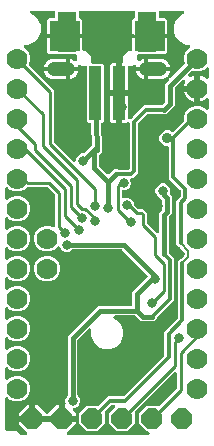
<source format=gbr>
G04 EAGLE Gerber RS-274X export*
G75*
%MOMM*%
%FSLAX34Y34*%
%LPD*%
%INBottom Copper*%
%IPPOS*%
%AMOC8*
5,1,8,0,0,1.08239X$1,22.5*%
G01*
%ADD10R,2.500000X2.500000*%
%ADD11C,1.208000*%
%ADD12C,1.778000*%
%ADD13P,1.924489X8X112.500000*%
%ADD14R,1.000000X4.600000*%
%ADD15R,1.600000X3.400000*%
%ADD16C,0.800100*%
%ADD17C,0.906400*%
%ADD18C,0.304800*%
%ADD19C,0.203200*%
%ADD20C,0.406400*%
%ADD21C,0.254000*%

G36*
X-69020Y-1512D02*
X-69020Y-1512D01*
X-68920Y-1510D01*
X-68847Y-1492D01*
X-68773Y-1483D01*
X-68679Y-1450D01*
X-68582Y-1425D01*
X-68515Y-1391D01*
X-68445Y-1366D01*
X-68361Y-1311D01*
X-68272Y-1265D01*
X-68215Y-1217D01*
X-68153Y-1177D01*
X-68083Y-1105D01*
X-68006Y-1040D01*
X-67962Y-980D01*
X-67910Y-926D01*
X-67859Y-840D01*
X-67799Y-759D01*
X-67770Y-691D01*
X-67732Y-627D01*
X-67701Y-531D01*
X-67661Y-439D01*
X-67648Y-366D01*
X-67625Y-295D01*
X-67617Y-195D01*
X-67599Y-96D01*
X-67603Y-22D01*
X-67597Y52D01*
X-67612Y152D01*
X-67617Y252D01*
X-67638Y323D01*
X-67649Y397D01*
X-67686Y490D01*
X-67714Y587D01*
X-67750Y652D01*
X-67778Y721D01*
X-67835Y803D01*
X-67884Y891D01*
X-67949Y967D01*
X-67977Y1007D01*
X-68003Y1031D01*
X-68043Y1077D01*
X-74931Y7965D01*
X-74931Y10161D01*
X-64516Y10161D01*
X-64490Y10164D01*
X-64464Y10162D01*
X-64317Y10184D01*
X-64170Y10201D01*
X-64145Y10209D01*
X-64119Y10213D01*
X-63982Y10268D01*
X-63842Y10318D01*
X-63820Y10332D01*
X-63795Y10342D01*
X-63674Y10427D01*
X-63549Y10507D01*
X-63531Y10526D01*
X-63509Y10541D01*
X-63495Y10557D01*
X-63410Y10475D01*
X-63387Y10461D01*
X-63368Y10444D01*
X-63238Y10372D01*
X-63111Y10296D01*
X-63086Y10288D01*
X-63063Y10275D01*
X-62920Y10235D01*
X-62779Y10190D01*
X-62753Y10187D01*
X-62728Y10180D01*
X-62484Y10161D01*
X-39116Y10161D01*
X-39090Y10164D01*
X-39064Y10162D01*
X-38917Y10184D01*
X-38770Y10201D01*
X-38745Y10209D01*
X-38719Y10213D01*
X-38582Y10268D01*
X-38442Y10318D01*
X-38420Y10332D01*
X-38395Y10342D01*
X-38274Y10427D01*
X-38149Y10507D01*
X-38131Y10526D01*
X-38109Y10541D01*
X-38095Y10557D01*
X-38010Y10475D01*
X-37987Y10461D01*
X-37968Y10444D01*
X-37838Y10372D01*
X-37711Y10296D01*
X-37686Y10288D01*
X-37663Y10275D01*
X-37520Y10235D01*
X-37379Y10190D01*
X-37353Y10187D01*
X-37328Y10180D01*
X-37084Y10161D01*
X-26669Y10161D01*
X-26669Y7965D01*
X-33557Y1077D01*
X-33620Y999D01*
X-33690Y926D01*
X-33728Y862D01*
X-33774Y804D01*
X-33817Y713D01*
X-33868Y627D01*
X-33891Y556D01*
X-33923Y489D01*
X-33944Y391D01*
X-33975Y295D01*
X-33981Y221D01*
X-33996Y148D01*
X-33995Y48D01*
X-34003Y-52D01*
X-33992Y-126D01*
X-33990Y-200D01*
X-33966Y-297D01*
X-33951Y-397D01*
X-33924Y-466D01*
X-33905Y-538D01*
X-33859Y-628D01*
X-33822Y-721D01*
X-33780Y-782D01*
X-33746Y-848D01*
X-33681Y-925D01*
X-33623Y-1007D01*
X-33568Y-1057D01*
X-33520Y-1113D01*
X-33439Y-1173D01*
X-33365Y-1240D01*
X-33299Y-1276D01*
X-33240Y-1321D01*
X-33147Y-1360D01*
X-33060Y-1409D01*
X-32988Y-1429D01*
X-32920Y-1459D01*
X-32821Y-1476D01*
X-32724Y-1504D01*
X-32624Y-1512D01*
X-32577Y-1520D01*
X-32541Y-1518D01*
X-32480Y-1523D01*
X34258Y-1523D01*
X34383Y-1509D01*
X34509Y-1502D01*
X34556Y-1489D01*
X34604Y-1483D01*
X34723Y-1441D01*
X34844Y-1406D01*
X34886Y-1382D01*
X34932Y-1366D01*
X35038Y-1297D01*
X35148Y-1236D01*
X35195Y-1196D01*
X35225Y-1177D01*
X35258Y-1142D01*
X35335Y-1077D01*
X35589Y-823D01*
X35651Y-745D01*
X35721Y-672D01*
X35759Y-608D01*
X35805Y-550D01*
X35848Y-459D01*
X35900Y-373D01*
X35923Y-302D01*
X35954Y-235D01*
X35975Y-137D01*
X36006Y-41D01*
X36012Y33D01*
X36028Y106D01*
X36026Y206D01*
X36034Y306D01*
X36023Y380D01*
X36022Y454D01*
X35997Y552D01*
X35982Y651D01*
X35955Y720D01*
X35937Y792D01*
X35891Y881D01*
X35854Y975D01*
X35811Y1036D01*
X35777Y1102D01*
X35712Y1179D01*
X35655Y1261D01*
X35600Y1311D01*
X35551Y1367D01*
X35471Y1427D01*
X35396Y1494D01*
X35331Y1530D01*
X35271Y1574D01*
X35179Y1614D01*
X35091Y1663D01*
X35019Y1683D01*
X34951Y1713D01*
X34852Y1730D01*
X34755Y1758D01*
X34655Y1766D01*
X34608Y1774D01*
X34572Y1772D01*
X34512Y1777D01*
X33576Y1777D01*
X27177Y8176D01*
X27177Y17224D01*
X33576Y23623D01*
X42680Y23623D01*
X42684Y23619D01*
X42708Y23608D01*
X42729Y23593D01*
X42865Y23534D01*
X42999Y23470D01*
X43025Y23465D01*
X43049Y23455D01*
X43195Y23428D01*
X43340Y23397D01*
X43366Y23398D01*
X43392Y23393D01*
X43540Y23401D01*
X43688Y23403D01*
X43714Y23409D01*
X43740Y23411D01*
X43882Y23452D01*
X44026Y23488D01*
X44050Y23500D01*
X44075Y23507D01*
X44204Y23580D01*
X44336Y23648D01*
X44356Y23665D01*
X44379Y23678D01*
X44565Y23836D01*
X58481Y37752D01*
X58560Y37851D01*
X58644Y37945D01*
X58668Y37987D01*
X58698Y38025D01*
X58752Y38139D01*
X58813Y38250D01*
X58826Y38296D01*
X58847Y38340D01*
X58873Y38463D01*
X58908Y38585D01*
X58913Y38646D01*
X58920Y38681D01*
X58919Y38729D01*
X58927Y38829D01*
X58927Y50579D01*
X58916Y50679D01*
X58914Y50779D01*
X58896Y50851D01*
X58887Y50925D01*
X58854Y51020D01*
X58829Y51117D01*
X58795Y51183D01*
X58770Y51253D01*
X58715Y51338D01*
X58669Y51427D01*
X58621Y51484D01*
X58581Y51546D01*
X58509Y51616D01*
X58444Y51692D01*
X58384Y51737D01*
X58330Y51788D01*
X58244Y51840D01*
X58163Y51900D01*
X58095Y51929D01*
X58031Y51967D01*
X57935Y51998D01*
X57843Y52038D01*
X57770Y52051D01*
X57699Y52073D01*
X57599Y52082D01*
X57500Y52099D01*
X57426Y52095D01*
X57352Y52101D01*
X57252Y52087D01*
X57152Y52081D01*
X57081Y52061D01*
X57007Y52050D01*
X56914Y52013D01*
X56817Y51985D01*
X56752Y51948D01*
X56683Y51921D01*
X56601Y51864D01*
X56513Y51815D01*
X56437Y51750D01*
X56397Y51722D01*
X56373Y51696D01*
X56327Y51656D01*
X23836Y19165D01*
X23820Y19145D01*
X23800Y19128D01*
X23711Y19008D01*
X23619Y18892D01*
X23608Y18869D01*
X23593Y18847D01*
X23534Y18711D01*
X23470Y18577D01*
X23465Y18551D01*
X23455Y18527D01*
X23428Y18381D01*
X23397Y18236D01*
X23398Y18210D01*
X23393Y18184D01*
X23401Y18036D01*
X23403Y17888D01*
X23409Y17863D01*
X23411Y17836D01*
X23452Y17694D01*
X23488Y17550D01*
X23500Y17527D01*
X23507Y17502D01*
X23580Y17372D01*
X23623Y17289D01*
X23623Y8176D01*
X17224Y1777D01*
X8176Y1777D01*
X1777Y8176D01*
X1777Y17224D01*
X6336Y21783D01*
X6398Y21861D01*
X6468Y21934D01*
X6506Y21998D01*
X6552Y22056D01*
X6595Y22147D01*
X6647Y22233D01*
X6670Y22304D01*
X6701Y22371D01*
X6723Y22469D01*
X6753Y22565D01*
X6759Y22639D01*
X6775Y22712D01*
X6773Y22812D01*
X6781Y22912D01*
X6770Y22986D01*
X6769Y23060D01*
X6744Y23157D01*
X6729Y23257D01*
X6702Y23326D01*
X6684Y23398D01*
X6638Y23488D01*
X6601Y23581D01*
X6558Y23642D01*
X6524Y23708D01*
X6459Y23785D01*
X6402Y23867D01*
X6347Y23917D01*
X6298Y23973D01*
X6218Y24033D01*
X6143Y24100D01*
X6078Y24136D01*
X6018Y24181D01*
X5926Y24220D01*
X5838Y24269D01*
X5766Y24289D01*
X5698Y24319D01*
X5599Y24336D01*
X5503Y24364D01*
X5403Y24372D01*
X5355Y24380D01*
X5319Y24378D01*
X5259Y24383D01*
X4644Y24383D01*
X4519Y24369D01*
X4392Y24362D01*
X4346Y24349D01*
X4298Y24343D01*
X4179Y24301D01*
X4058Y24266D01*
X4015Y24242D01*
X3970Y24226D01*
X3864Y24157D01*
X3753Y24096D01*
X3707Y24056D01*
X3677Y24037D01*
X3667Y24026D01*
X3666Y24026D01*
X3641Y24000D01*
X3567Y23937D01*
X-1384Y18986D01*
X-1401Y18965D01*
X-1421Y18948D01*
X-1509Y18828D01*
X-1601Y18713D01*
X-1612Y18689D01*
X-1628Y18667D01*
X-1687Y18531D01*
X-1750Y18398D01*
X-1755Y18372D01*
X-1766Y18347D01*
X-1792Y18202D01*
X-1823Y18057D01*
X-1823Y18030D01*
X-1828Y18004D01*
X-1820Y17856D01*
X-1817Y17708D01*
X-1811Y17683D01*
X-1810Y17656D01*
X-1777Y17545D01*
X-1777Y8176D01*
X-8176Y1777D01*
X-17224Y1777D01*
X-23623Y8176D01*
X-23623Y17224D01*
X-17224Y23623D01*
X-7867Y23623D01*
X-7785Y23608D01*
X-7640Y23577D01*
X-7614Y23577D01*
X-7588Y23572D01*
X-7440Y23580D01*
X-7292Y23583D01*
X-7266Y23589D01*
X-7240Y23590D01*
X-7097Y23631D01*
X-6954Y23668D01*
X-6930Y23680D01*
X-6905Y23687D01*
X-6775Y23759D01*
X-6644Y23827D01*
X-6624Y23844D01*
X-6601Y23857D01*
X-6414Y24016D01*
X-1463Y28967D01*
X1067Y31497D01*
X13136Y31497D01*
X13261Y31511D01*
X13388Y31518D01*
X13434Y31531D01*
X13482Y31537D01*
X13601Y31579D01*
X13722Y31614D01*
X13765Y31638D01*
X13810Y31654D01*
X13916Y31723D01*
X14027Y31784D01*
X14073Y31824D01*
X14103Y31843D01*
X14136Y31878D01*
X14213Y31943D01*
X48067Y65797D01*
X48146Y65896D01*
X48230Y65990D01*
X48254Y66032D01*
X48284Y66070D01*
X48338Y66184D01*
X48399Y66295D01*
X48412Y66342D01*
X48433Y66385D01*
X48459Y66509D01*
X48494Y66630D01*
X48499Y66691D01*
X48506Y66726D01*
X48505Y66774D01*
X48513Y66874D01*
X48513Y85928D01*
X59497Y96912D01*
X59576Y97011D01*
X59660Y97105D01*
X59684Y97147D01*
X59714Y97185D01*
X59768Y97299D01*
X59829Y97410D01*
X59842Y97457D01*
X59863Y97500D01*
X59889Y97624D01*
X59924Y97745D01*
X59929Y97806D01*
X59936Y97841D01*
X59935Y97889D01*
X59943Y97989D01*
X59943Y145618D01*
X62027Y147702D01*
X62114Y147702D01*
X62240Y147716D01*
X62366Y147723D01*
X62412Y147736D01*
X62460Y147742D01*
X62579Y147784D01*
X62701Y147819D01*
X62743Y147843D01*
X62789Y147859D01*
X62895Y147928D01*
X63005Y147989D01*
X63051Y148029D01*
X63081Y148048D01*
X63115Y148083D01*
X63191Y148148D01*
X65085Y150042D01*
X65164Y150141D01*
X65248Y150235D01*
X65272Y150277D01*
X65302Y150315D01*
X65356Y150429D01*
X65417Y150540D01*
X65430Y150586D01*
X65451Y150630D01*
X65477Y150753D01*
X65512Y150875D01*
X65517Y150936D01*
X65524Y150971D01*
X65523Y151019D01*
X65531Y151119D01*
X65531Y153046D01*
X65517Y153172D01*
X65510Y153298D01*
X65497Y153344D01*
X65491Y153392D01*
X65449Y153511D01*
X65414Y153633D01*
X65390Y153675D01*
X65374Y153721D01*
X65305Y153827D01*
X65244Y153937D01*
X65204Y153983D01*
X65185Y154013D01*
X65150Y154047D01*
X65085Y154123D01*
X61921Y157287D01*
X61822Y157366D01*
X61728Y157450D01*
X61686Y157474D01*
X61648Y157504D01*
X61534Y157558D01*
X61423Y157619D01*
X61377Y157632D01*
X61333Y157653D01*
X61210Y157679D01*
X61088Y157714D01*
X61027Y157719D01*
X60992Y157726D01*
X60944Y157725D01*
X60844Y157733D01*
X60757Y157733D01*
X58673Y159817D01*
X58673Y197053D01*
X62037Y200417D01*
X62116Y200516D01*
X62200Y200610D01*
X62224Y200652D01*
X62254Y200690D01*
X62308Y200804D01*
X62369Y200915D01*
X62382Y200962D01*
X62403Y201005D01*
X62429Y201129D01*
X62464Y201250D01*
X62469Y201311D01*
X62476Y201346D01*
X62475Y201394D01*
X62483Y201494D01*
X62483Y204906D01*
X62469Y205031D01*
X62462Y205158D01*
X62449Y205204D01*
X62443Y205252D01*
X62401Y205371D01*
X62366Y205492D01*
X62342Y205535D01*
X62326Y205580D01*
X62257Y205686D01*
X62196Y205797D01*
X62156Y205843D01*
X62137Y205873D01*
X62102Y205906D01*
X62037Y205983D01*
X52323Y215697D01*
X52323Y242102D01*
X52320Y242128D01*
X52322Y242154D01*
X52300Y242301D01*
X52283Y242448D01*
X52275Y242473D01*
X52271Y242499D01*
X52216Y242637D01*
X52166Y242776D01*
X52152Y242798D01*
X52142Y242823D01*
X52057Y242944D01*
X51977Y243069D01*
X51958Y243087D01*
X51943Y243109D01*
X51833Y243208D01*
X51726Y243311D01*
X51704Y243325D01*
X51684Y243342D01*
X51554Y243414D01*
X51427Y243490D01*
X51402Y243498D01*
X51379Y243511D01*
X51236Y243551D01*
X51095Y243596D01*
X51069Y243598D01*
X51044Y243606D01*
X50800Y243625D01*
X49494Y243625D01*
X47081Y244625D01*
X45235Y246471D01*
X44235Y248884D01*
X44235Y251496D01*
X45235Y253909D01*
X47081Y255755D01*
X49494Y256755D01*
X52106Y256755D01*
X54589Y255726D01*
X54663Y255668D01*
X54687Y255656D01*
X54708Y255641D01*
X54844Y255582D01*
X54978Y255519D01*
X55004Y255513D01*
X55028Y255503D01*
X55173Y255476D01*
X55318Y255445D01*
X55345Y255446D01*
X55371Y255441D01*
X55519Y255449D01*
X55667Y255451D01*
X55692Y255457D01*
X55719Y255459D01*
X55861Y255500D01*
X56005Y255536D01*
X56028Y255548D01*
X56054Y255555D01*
X56183Y255628D01*
X56315Y255696D01*
X56335Y255713D01*
X56358Y255726D01*
X56544Y255884D01*
X64831Y264171D01*
X64910Y264270D01*
X64994Y264364D01*
X65018Y264406D01*
X65048Y264444D01*
X65102Y264558D01*
X65163Y264669D01*
X65176Y264716D01*
X65197Y264759D01*
X65223Y264883D01*
X65258Y265004D01*
X65263Y265065D01*
X65270Y265100D01*
X65269Y265148D01*
X65277Y265248D01*
X65277Y268873D01*
X66940Y272887D01*
X70013Y275960D01*
X74027Y277623D01*
X78373Y277623D01*
X82387Y275960D01*
X83759Y274588D01*
X83838Y274526D01*
X83910Y274456D01*
X83974Y274418D01*
X84032Y274372D01*
X84123Y274329D01*
X84209Y274277D01*
X84280Y274254D01*
X84347Y274223D01*
X84445Y274201D01*
X84541Y274171D01*
X84615Y274165D01*
X84688Y274149D01*
X84788Y274151D01*
X84888Y274143D01*
X84962Y274154D01*
X85036Y274155D01*
X85133Y274180D01*
X85233Y274195D01*
X85302Y274222D01*
X85374Y274240D01*
X85463Y274286D01*
X85557Y274323D01*
X85618Y274366D01*
X85684Y274400D01*
X85760Y274465D01*
X85843Y274522D01*
X85893Y274577D01*
X85949Y274626D01*
X86009Y274706D01*
X86076Y274781D01*
X86112Y274846D01*
X86157Y274906D01*
X86196Y274998D01*
X86245Y275086D01*
X86265Y275158D01*
X86295Y275226D01*
X86312Y275325D01*
X86340Y275421D01*
X86348Y275521D01*
X86356Y275569D01*
X86354Y275605D01*
X86359Y275665D01*
X86359Y282416D01*
X86348Y282516D01*
X86346Y282617D01*
X86328Y282689D01*
X86319Y282763D01*
X86285Y282857D01*
X86261Y282955D01*
X86227Y283021D01*
X86202Y283091D01*
X86147Y283175D01*
X86101Y283264D01*
X86053Y283321D01*
X86013Y283383D01*
X85941Y283453D01*
X85875Y283530D01*
X85816Y283574D01*
X85762Y283626D01*
X85676Y283677D01*
X85595Y283737D01*
X85527Y283766D01*
X85463Y283805D01*
X85367Y283835D01*
X85275Y283875D01*
X85202Y283888D01*
X85131Y283911D01*
X85031Y283919D01*
X84932Y283937D01*
X84858Y283933D01*
X84784Y283939D01*
X84685Y283924D01*
X84584Y283919D01*
X84513Y283898D01*
X84439Y283887D01*
X84346Y283850D01*
X84249Y283822D01*
X84184Y283786D01*
X84115Y283758D01*
X84033Y283701D01*
X83945Y283652D01*
X83869Y283587D01*
X83829Y283559D01*
X83805Y283533D01*
X83759Y283493D01*
X83647Y283381D01*
X82191Y282324D01*
X80588Y281507D01*
X78877Y280951D01*
X78739Y280929D01*
X78739Y291084D01*
X78736Y291110D01*
X78738Y291136D01*
X78716Y291283D01*
X78699Y291430D01*
X78691Y291455D01*
X78687Y291481D01*
X78632Y291618D01*
X78582Y291758D01*
X78568Y291780D01*
X78558Y291805D01*
X78473Y291926D01*
X78393Y292051D01*
X78374Y292069D01*
X78359Y292091D01*
X78343Y292105D01*
X78425Y292190D01*
X78439Y292213D01*
X78456Y292232D01*
X78528Y292362D01*
X78604Y292489D01*
X78612Y292514D01*
X78625Y292537D01*
X78665Y292680D01*
X78710Y292821D01*
X78712Y292847D01*
X78720Y292872D01*
X78739Y293116D01*
X78739Y303271D01*
X78877Y303249D01*
X80588Y302693D01*
X82191Y301876D01*
X83647Y300819D01*
X83759Y300707D01*
X83837Y300644D01*
X83910Y300574D01*
X83974Y300536D01*
X84032Y300490D01*
X84123Y300447D01*
X84209Y300395D01*
X84280Y300373D01*
X84347Y300341D01*
X84445Y300320D01*
X84541Y300289D01*
X84615Y300283D01*
X84688Y300268D01*
X84788Y300269D01*
X84888Y300261D01*
X84962Y300272D01*
X85036Y300274D01*
X85133Y300298D01*
X85233Y300313D01*
X85302Y300340D01*
X85374Y300359D01*
X85463Y300405D01*
X85557Y300442D01*
X85618Y300484D01*
X85684Y300518D01*
X85760Y300583D01*
X85843Y300641D01*
X85893Y300696D01*
X85949Y300744D01*
X86009Y300825D01*
X86076Y300899D01*
X86112Y300964D01*
X86156Y301024D01*
X86196Y301116D01*
X86245Y301204D01*
X86265Y301276D01*
X86295Y301344D01*
X86312Y301443D01*
X86340Y301540D01*
X86348Y301640D01*
X86356Y301687D01*
X86354Y301723D01*
X86359Y301784D01*
X86359Y308535D01*
X86348Y308635D01*
X86346Y308735D01*
X86328Y308807D01*
X86319Y308881D01*
X86286Y308975D01*
X86261Y309073D01*
X86227Y309139D01*
X86202Y309209D01*
X86147Y309293D01*
X86101Y309383D01*
X86053Y309439D01*
X86013Y309502D01*
X85941Y309572D01*
X85876Y309648D01*
X85816Y309692D01*
X85762Y309744D01*
X85676Y309796D01*
X85595Y309855D01*
X85527Y309885D01*
X85463Y309923D01*
X85367Y309954D01*
X85275Y309993D01*
X85202Y310006D01*
X85131Y310029D01*
X85031Y310037D01*
X84932Y310055D01*
X84858Y310051D01*
X84784Y310057D01*
X84684Y310042D01*
X84584Y310037D01*
X84513Y310016D01*
X84439Y310005D01*
X84346Y309968D01*
X84249Y309941D01*
X84184Y309904D01*
X84115Y309877D01*
X84033Y309819D01*
X83945Y309770D01*
X83869Y309705D01*
X83829Y309678D01*
X83805Y309651D01*
X83759Y309612D01*
X82387Y308240D01*
X78373Y306577D01*
X74027Y306577D01*
X72845Y307067D01*
X72772Y307088D01*
X72702Y307118D01*
X72605Y307136D01*
X72510Y307163D01*
X72434Y307166D01*
X72359Y307180D01*
X72260Y307175D01*
X72162Y307180D01*
X72087Y307166D01*
X72010Y307162D01*
X71916Y307135D01*
X71819Y307117D01*
X71749Y307087D01*
X71676Y307065D01*
X71590Y307017D01*
X71499Y306978D01*
X71438Y306933D01*
X71371Y306895D01*
X71258Y306798D01*
X71220Y306770D01*
X71207Y306756D01*
X71185Y306737D01*
X69090Y304642D01*
X69022Y304556D01*
X68947Y304476D01*
X68914Y304420D01*
X68874Y304369D01*
X68827Y304270D01*
X68771Y304174D01*
X68752Y304112D01*
X68725Y304054D01*
X68702Y303946D01*
X68669Y303841D01*
X68665Y303776D01*
X68651Y303713D01*
X68653Y303603D01*
X68646Y303493D01*
X68656Y303429D01*
X68657Y303365D01*
X68684Y303258D01*
X68702Y303149D01*
X68727Y303090D01*
X68742Y303027D01*
X68793Y302929D01*
X68835Y302827D01*
X68872Y302774D01*
X68902Y302717D01*
X68973Y302633D01*
X69037Y302544D01*
X69086Y302501D01*
X69128Y302451D01*
X69216Y302386D01*
X69299Y302313D01*
X69356Y302283D01*
X69408Y302244D01*
X69509Y302201D01*
X69606Y302149D01*
X69669Y302132D01*
X69728Y302106D01*
X69837Y302087D01*
X69943Y302058D01*
X70007Y302056D01*
X70071Y302045D01*
X70181Y302050D01*
X70291Y302047D01*
X70355Y302059D01*
X70419Y302063D01*
X70525Y302093D01*
X70633Y302114D01*
X70711Y302147D01*
X70754Y302159D01*
X70790Y302179D01*
X70859Y302208D01*
X71812Y302693D01*
X73523Y303249D01*
X73661Y303271D01*
X73661Y294639D01*
X65029Y294639D01*
X65051Y294777D01*
X65607Y296488D01*
X66092Y297441D01*
X66131Y297544D01*
X66178Y297644D01*
X66191Y297707D01*
X66214Y297768D01*
X66228Y297877D01*
X66251Y297984D01*
X66250Y298049D01*
X66258Y298113D01*
X66247Y298223D01*
X66245Y298333D01*
X66229Y298396D01*
X66223Y298460D01*
X66187Y298564D01*
X66160Y298671D01*
X66130Y298728D01*
X66109Y298790D01*
X66051Y298883D01*
X66001Y298981D01*
X65958Y299030D01*
X65924Y299085D01*
X65846Y299162D01*
X65775Y299246D01*
X65723Y299284D01*
X65677Y299330D01*
X65583Y299388D01*
X65494Y299453D01*
X65435Y299479D01*
X65380Y299513D01*
X65275Y299548D01*
X65174Y299591D01*
X65111Y299603D01*
X65049Y299623D01*
X64940Y299633D01*
X64831Y299653D01*
X64767Y299649D01*
X64702Y299655D01*
X64593Y299640D01*
X64483Y299635D01*
X64421Y299617D01*
X64357Y299608D01*
X64254Y299569D01*
X64148Y299538D01*
X64092Y299507D01*
X64031Y299484D01*
X63940Y299422D01*
X63844Y299368D01*
X63780Y299313D01*
X63743Y299288D01*
X63715Y299258D01*
X63658Y299210D01*
X57851Y293402D01*
X57772Y293303D01*
X57688Y293210D01*
X57664Y293167D01*
X57634Y293129D01*
X57580Y293015D01*
X57519Y292905D01*
X57506Y292858D01*
X57485Y292814D01*
X57459Y292691D01*
X57424Y292569D01*
X57419Y292508D01*
X57412Y292474D01*
X57413Y292426D01*
X57405Y292325D01*
X57405Y277716D01*
X49944Y270255D01*
X46576Y270255D01*
X46514Y270317D01*
X46415Y270396D01*
X46322Y270480D01*
X46279Y270504D01*
X46241Y270534D01*
X46127Y270588D01*
X46017Y270649D01*
X45970Y270662D01*
X45926Y270683D01*
X45803Y270709D01*
X45681Y270744D01*
X45620Y270749D01*
X45586Y270756D01*
X45538Y270755D01*
X45437Y270763D01*
X35124Y270763D01*
X34999Y270749D01*
X34872Y270742D01*
X34826Y270729D01*
X34778Y270723D01*
X34659Y270681D01*
X34538Y270646D01*
X34495Y270622D01*
X34450Y270606D01*
X34344Y270537D01*
X34233Y270476D01*
X34187Y270436D01*
X34157Y270417D01*
X34124Y270382D01*
X34047Y270317D01*
X26863Y263133D01*
X26784Y263034D01*
X26700Y262940D01*
X26676Y262898D01*
X26646Y262860D01*
X26592Y262746D01*
X26531Y262635D01*
X26518Y262588D01*
X26497Y262545D01*
X26471Y262421D01*
X26436Y262300D01*
X26431Y262239D01*
X26424Y262204D01*
X26425Y262156D01*
X26417Y262056D01*
X26417Y220777D01*
X21793Y216153D01*
X21097Y216153D01*
X20948Y216136D01*
X20798Y216124D01*
X20775Y216116D01*
X20751Y216113D01*
X20610Y216063D01*
X20466Y216017D01*
X20445Y216004D01*
X20423Y215996D01*
X20297Y215914D01*
X20167Y215837D01*
X20150Y215820D01*
X20130Y215807D01*
X20025Y215699D01*
X19918Y215594D01*
X19904Y215574D01*
X19888Y215556D01*
X19810Y215427D01*
X19729Y215301D01*
X19721Y215278D01*
X19709Y215257D01*
X19663Y215114D01*
X19613Y214972D01*
X19610Y214948D01*
X19603Y214925D01*
X19591Y214776D01*
X19574Y214626D01*
X19577Y214602D01*
X19575Y214578D01*
X19597Y214429D01*
X19615Y214280D01*
X19623Y214252D01*
X19626Y214233D01*
X19644Y214189D01*
X19690Y214047D01*
X20003Y213290D01*
X20003Y210890D01*
X19085Y208672D01*
X17388Y206975D01*
X15170Y206057D01*
X13716Y206057D01*
X13690Y206054D01*
X13664Y206056D01*
X13517Y206034D01*
X13370Y206017D01*
X13345Y206008D01*
X13319Y206004D01*
X13181Y205949D01*
X13042Y205899D01*
X13020Y205885D01*
X12995Y205875D01*
X12874Y205791D01*
X12749Y205710D01*
X12731Y205691D01*
X12709Y205677D01*
X12610Y205567D01*
X12507Y205460D01*
X12493Y205437D01*
X12476Y205418D01*
X12404Y205288D01*
X12328Y205161D01*
X12320Y205136D01*
X12307Y205113D01*
X12267Y204970D01*
X12222Y204829D01*
X12220Y204803D01*
X12212Y204777D01*
X12193Y204534D01*
X12193Y200697D01*
X12210Y200548D01*
X12222Y200398D01*
X12230Y200374D01*
X12233Y200351D01*
X12283Y200209D01*
X12330Y200066D01*
X12342Y200045D01*
X12350Y200022D01*
X12432Y199896D01*
X12509Y199767D01*
X12526Y199750D01*
X12539Y199730D01*
X12647Y199625D01*
X12752Y199517D01*
X12772Y199504D01*
X12790Y199487D01*
X12919Y199410D01*
X13045Y199329D01*
X13068Y199321D01*
X13089Y199309D01*
X13232Y199263D01*
X13374Y199212D01*
X13398Y199210D01*
X13421Y199202D01*
X13570Y199190D01*
X13720Y199173D01*
X13744Y199176D01*
X13768Y199174D01*
X13917Y199197D01*
X14066Y199214D01*
X14094Y199223D01*
X14113Y199226D01*
X14157Y199244D01*
X14299Y199289D01*
X15310Y199708D01*
X17710Y199708D01*
X19928Y198790D01*
X21625Y197093D01*
X22543Y194875D01*
X22543Y194848D01*
X22558Y194723D01*
X22564Y194597D01*
X22578Y194550D01*
X22583Y194502D01*
X22626Y194383D01*
X22661Y194262D01*
X22684Y194220D01*
X22701Y194174D01*
X22769Y194068D01*
X22831Y193958D01*
X22870Y193911D01*
X22890Y193881D01*
X22924Y193848D01*
X22989Y193771D01*
X26322Y190439D01*
X26421Y190360D01*
X26515Y190276D01*
X26557Y190252D01*
X26595Y190222D01*
X26709Y190168D01*
X26820Y190107D01*
X26866Y190094D01*
X26910Y190073D01*
X27033Y190047D01*
X27155Y190012D01*
X27216Y190007D01*
X27251Y190000D01*
X27299Y190001D01*
X27399Y189993D01*
X30578Y189993D01*
X33783Y186788D01*
X33783Y178529D01*
X33797Y178403D01*
X33804Y178277D01*
X33817Y178231D01*
X33823Y178183D01*
X33865Y178064D01*
X33900Y177942D01*
X33924Y177900D01*
X33940Y177855D01*
X34009Y177748D01*
X34070Y177638D01*
X34110Y177592D01*
X34129Y177562D01*
X34164Y177528D01*
X34229Y177452D01*
X41595Y170086D01*
X41673Y170023D01*
X41746Y169954D01*
X41810Y169915D01*
X41868Y169869D01*
X41959Y169826D01*
X42045Y169775D01*
X42116Y169752D01*
X42183Y169720D01*
X42281Y169699D01*
X42377Y169669D01*
X42451Y169663D01*
X42524Y169647D01*
X42624Y169649D01*
X42724Y169641D01*
X42798Y169652D01*
X42872Y169653D01*
X42969Y169677D01*
X43069Y169692D01*
X43138Y169720D01*
X43210Y169738D01*
X43300Y169784D01*
X43393Y169821D01*
X43454Y169863D01*
X43520Y169898D01*
X43597Y169963D01*
X43679Y170020D01*
X43729Y170075D01*
X43785Y170123D01*
X43845Y170204D01*
X43912Y170279D01*
X43948Y170344D01*
X43993Y170404D01*
X44032Y170496D01*
X44081Y170584D01*
X44101Y170655D01*
X44131Y170724D01*
X44148Y170822D01*
X44176Y170919D01*
X44184Y171019D01*
X44192Y171067D01*
X44190Y171102D01*
X44195Y171163D01*
X44195Y187104D01*
X46289Y189198D01*
X46368Y189297D01*
X46452Y189390D01*
X46476Y189433D01*
X46506Y189471D01*
X46560Y189585D01*
X46621Y189695D01*
X46634Y189742D01*
X46655Y189786D01*
X46681Y189909D01*
X46716Y190031D01*
X46721Y190092D01*
X46728Y190126D01*
X46727Y190174D01*
X46735Y190275D01*
X46735Y197075D01*
X46721Y197201D01*
X46714Y197327D01*
X46701Y197374D01*
X46695Y197422D01*
X46653Y197541D01*
X46618Y197662D01*
X46594Y197704D01*
X46578Y197750D01*
X46509Y197856D01*
X46448Y197966D01*
X46408Y198012D01*
X46389Y198042D01*
X46354Y198076D01*
X46289Y198152D01*
X44203Y200239D01*
X44201Y200240D01*
X44200Y200241D01*
X44065Y200348D01*
X43930Y200455D01*
X43928Y200456D01*
X43927Y200457D01*
X43709Y200569D01*
X43572Y200625D01*
X41875Y202322D01*
X40957Y204540D01*
X40957Y206940D01*
X41875Y209158D01*
X43572Y210855D01*
X45790Y211773D01*
X48190Y211773D01*
X50408Y210855D01*
X52105Y209158D01*
X53023Y206940D01*
X53023Y204540D01*
X52937Y204331D01*
X52916Y204258D01*
X52886Y204188D01*
X52868Y204091D01*
X52841Y203996D01*
X52837Y203920D01*
X52824Y203845D01*
X52829Y203746D01*
X52824Y203648D01*
X52838Y203573D01*
X52842Y203497D01*
X52869Y203402D01*
X52887Y203305D01*
X52917Y203235D01*
X52938Y203162D01*
X52987Y203076D01*
X53026Y202986D01*
X53071Y202924D01*
X53109Y202858D01*
X53205Y202744D01*
X53234Y202706D01*
X53248Y202694D01*
X53267Y202671D01*
X54865Y201074D01*
X54865Y186276D01*
X52771Y184182D01*
X52692Y184083D01*
X52608Y183990D01*
X52584Y183947D01*
X52554Y183909D01*
X52500Y183795D01*
X52439Y183685D01*
X52426Y183638D01*
X52405Y183594D01*
X52379Y183471D01*
X52344Y183349D01*
X52339Y183288D01*
X52332Y183254D01*
X52333Y183206D01*
X52325Y183105D01*
X52325Y153996D01*
X52339Y153871D01*
X52346Y153744D01*
X52359Y153698D01*
X52365Y153650D01*
X52407Y153531D01*
X52442Y153410D01*
X52466Y153367D01*
X52482Y153322D01*
X52551Y153216D01*
X52612Y153105D01*
X52652Y153059D01*
X52671Y153029D01*
X52706Y152996D01*
X52771Y152919D01*
X56897Y148793D01*
X56897Y112827D01*
X42611Y98541D01*
X42545Y98458D01*
X42503Y98414D01*
X42494Y98399D01*
X42448Y98348D01*
X42424Y98306D01*
X42394Y98268D01*
X42340Y98154D01*
X42279Y98043D01*
X42266Y97996D01*
X42245Y97953D01*
X42219Y97829D01*
X42184Y97708D01*
X42179Y97647D01*
X42172Y97612D01*
X42173Y97564D01*
X42165Y97464D01*
X42165Y97376D01*
X39784Y94995D01*
X28796Y94995D01*
X24162Y99629D01*
X24063Y99708D01*
X23970Y99792D01*
X23927Y99816D01*
X23889Y99846D01*
X23775Y99900D01*
X23665Y99961D01*
X23618Y99974D01*
X23574Y99995D01*
X23451Y100021D01*
X23329Y100056D01*
X23268Y100061D01*
X23234Y100068D01*
X23186Y100067D01*
X23085Y100075D01*
X6864Y100075D01*
X6814Y100070D01*
X6764Y100072D01*
X6641Y100050D01*
X6518Y100035D01*
X6470Y100018D01*
X6421Y100009D01*
X6307Y99960D01*
X6190Y99918D01*
X6147Y99891D01*
X6101Y99870D01*
X6001Y99796D01*
X5897Y99729D01*
X5862Y99693D01*
X5821Y99663D01*
X5741Y99568D01*
X5655Y99478D01*
X5629Y99435D01*
X5596Y99397D01*
X5539Y99286D01*
X5476Y99179D01*
X5460Y99131D01*
X5437Y99086D01*
X5407Y98966D01*
X5369Y98847D01*
X5365Y98797D01*
X5353Y98748D01*
X5351Y98624D01*
X5342Y98500D01*
X5349Y98450D01*
X5348Y98400D01*
X5375Y98278D01*
X5393Y98155D01*
X5412Y98108D01*
X5423Y98059D01*
X5476Y97947D01*
X5522Y97831D01*
X5551Y97790D01*
X5572Y97744D01*
X5650Y97647D01*
X5721Y97545D01*
X5758Y97512D01*
X5790Y97472D01*
X5887Y97395D01*
X5980Y97312D01*
X6024Y97287D01*
X6063Y97256D01*
X6281Y97145D01*
X7670Y96569D01*
X11479Y92760D01*
X13541Y87783D01*
X13541Y82397D01*
X11479Y77420D01*
X7670Y73611D01*
X2693Y71549D01*
X-2693Y71549D01*
X-7670Y73611D01*
X-11479Y77420D01*
X-13541Y82397D01*
X-13541Y87523D01*
X-13552Y87623D01*
X-13554Y87724D01*
X-13572Y87796D01*
X-13581Y87870D01*
X-13614Y87964D01*
X-13639Y88062D01*
X-13673Y88128D01*
X-13698Y88198D01*
X-13753Y88282D01*
X-13799Y88371D01*
X-13847Y88428D01*
X-13887Y88491D01*
X-13959Y88560D01*
X-14024Y88637D01*
X-14084Y88681D01*
X-14138Y88733D01*
X-14224Y88784D01*
X-14305Y88844D01*
X-14373Y88873D01*
X-14437Y88912D01*
X-14533Y88942D01*
X-14625Y88982D01*
X-14698Y88995D01*
X-14769Y89018D01*
X-14869Y89026D01*
X-14968Y89044D01*
X-15042Y89040D01*
X-15116Y89046D01*
X-15216Y89031D01*
X-15316Y89026D01*
X-15387Y89005D01*
X-15461Y88994D01*
X-15554Y88957D01*
X-15651Y88929D01*
X-15716Y88893D01*
X-15785Y88865D01*
X-15867Y88808D01*
X-15955Y88759D01*
X-16031Y88694D01*
X-16071Y88666D01*
X-16095Y88640D01*
X-16141Y88601D01*
X-24699Y80042D01*
X-24778Y79943D01*
X-24862Y79850D01*
X-24886Y79807D01*
X-24916Y79769D01*
X-24970Y79655D01*
X-25031Y79545D01*
X-25044Y79498D01*
X-25065Y79454D01*
X-25091Y79331D01*
X-25126Y79209D01*
X-25131Y79148D01*
X-25138Y79114D01*
X-25137Y79066D01*
X-25145Y78965D01*
X-25145Y33039D01*
X-25131Y32913D01*
X-25124Y32787D01*
X-25111Y32740D01*
X-25105Y32692D01*
X-25063Y32573D01*
X-25028Y32452D01*
X-25004Y32410D01*
X-24988Y32364D01*
X-24919Y32258D01*
X-24858Y32148D01*
X-24818Y32101D01*
X-24799Y32071D01*
X-24764Y32038D01*
X-24699Y31961D01*
X-24095Y31358D01*
X-23177Y29140D01*
X-23177Y26740D01*
X-24095Y24522D01*
X-25792Y22825D01*
X-28118Y21862D01*
X-28249Y21789D01*
X-28383Y21720D01*
X-28401Y21704D01*
X-28423Y21693D01*
X-28534Y21592D01*
X-28648Y21494D01*
X-28663Y21475D01*
X-28681Y21459D01*
X-28766Y21335D01*
X-28856Y21214D01*
X-28865Y21192D01*
X-28879Y21172D01*
X-28934Y21032D01*
X-28994Y20894D01*
X-28998Y20870D01*
X-29007Y20848D01*
X-29029Y20699D01*
X-29055Y20551D01*
X-29054Y20527D01*
X-29058Y20503D01*
X-29045Y20353D01*
X-29037Y20203D01*
X-29031Y20180D01*
X-29029Y20156D01*
X-28982Y20012D01*
X-28941Y19868D01*
X-28929Y19847D01*
X-28922Y19824D01*
X-28844Y19695D01*
X-28771Y19564D01*
X-28752Y19542D01*
X-28742Y19525D01*
X-28709Y19491D01*
X-28612Y19378D01*
X-26669Y17435D01*
X-26669Y15239D01*
X-35561Y15239D01*
X-35561Y24418D01*
X-35513Y24447D01*
X-35495Y24464D01*
X-35475Y24477D01*
X-35370Y24585D01*
X-35263Y24690D01*
X-35250Y24710D01*
X-35233Y24728D01*
X-35156Y24857D01*
X-35075Y24983D01*
X-35066Y25006D01*
X-35054Y25027D01*
X-35008Y25170D01*
X-34958Y25312D01*
X-34955Y25336D01*
X-34948Y25359D01*
X-34936Y25508D01*
X-34919Y25658D01*
X-34922Y25682D01*
X-34920Y25706D01*
X-34942Y25855D01*
X-34960Y26004D01*
X-34969Y26032D01*
X-34972Y26051D01*
X-34989Y26095D01*
X-35035Y26237D01*
X-35243Y26740D01*
X-35243Y29140D01*
X-34325Y31358D01*
X-33721Y31961D01*
X-33642Y32060D01*
X-33558Y32154D01*
X-33534Y32197D01*
X-33504Y32234D01*
X-33450Y32349D01*
X-33389Y32459D01*
X-33376Y32506D01*
X-33355Y32550D01*
X-33329Y32673D01*
X-33294Y32795D01*
X-33289Y32855D01*
X-33282Y32890D01*
X-33283Y32938D01*
X-33275Y33039D01*
X-33275Y82964D01*
X-8034Y108205D01*
X19812Y108205D01*
X19838Y108208D01*
X19864Y108206D01*
X20011Y108228D01*
X20158Y108245D01*
X20183Y108253D01*
X20209Y108257D01*
X20347Y108312D01*
X20486Y108362D01*
X20508Y108376D01*
X20533Y108386D01*
X20654Y108471D01*
X20779Y108551D01*
X20797Y108570D01*
X20819Y108585D01*
X20918Y108695D01*
X21021Y108802D01*
X21035Y108824D01*
X21052Y108844D01*
X21124Y108974D01*
X21200Y109101D01*
X21208Y109126D01*
X21221Y109149D01*
X21261Y109292D01*
X21306Y109433D01*
X21308Y109459D01*
X21316Y109484D01*
X21335Y109728D01*
X21335Y119794D01*
X33589Y132047D01*
X33814Y132273D01*
X33831Y132293D01*
X33851Y132310D01*
X33939Y132430D01*
X34031Y132546D01*
X34042Y132570D01*
X34058Y132591D01*
X34117Y132727D01*
X34180Y132861D01*
X34186Y132887D01*
X34196Y132911D01*
X34222Y133057D01*
X34253Y133202D01*
X34253Y133228D01*
X34258Y133254D01*
X34250Y133402D01*
X34247Y133550D01*
X34241Y133576D01*
X34240Y133602D01*
X34199Y133744D01*
X34162Y133888D01*
X34150Y133911D01*
X34143Y133937D01*
X34071Y134066D01*
X34003Y134198D01*
X33986Y134218D01*
X33973Y134241D01*
X33814Y134427D01*
X12732Y155509D01*
X12633Y155588D01*
X12540Y155672D01*
X12497Y155696D01*
X12459Y155726D01*
X12345Y155780D01*
X12235Y155841D01*
X12188Y155854D01*
X12144Y155875D01*
X12021Y155901D01*
X11899Y155936D01*
X11838Y155941D01*
X11804Y155948D01*
X11756Y155947D01*
X11655Y155955D01*
X-29192Y155955D01*
X-29317Y155941D01*
X-29443Y155934D01*
X-29490Y155921D01*
X-29538Y155915D01*
X-29657Y155873D01*
X-29778Y155838D01*
X-29820Y155814D01*
X-29866Y155798D01*
X-29972Y155729D01*
X-30082Y155668D01*
X-30129Y155628D01*
X-30159Y155609D01*
X-30192Y155574D01*
X-30269Y155509D01*
X-30872Y154905D01*
X-33090Y153987D01*
X-35490Y153987D01*
X-37708Y154905D01*
X-39405Y156602D01*
X-39834Y157640D01*
X-39907Y157771D01*
X-39976Y157905D01*
X-39992Y157923D01*
X-40004Y157944D01*
X-40105Y158056D01*
X-40202Y158170D01*
X-40222Y158185D01*
X-40238Y158203D01*
X-40361Y158288D01*
X-40482Y158378D01*
X-40505Y158387D01*
X-40525Y158401D01*
X-40664Y158456D01*
X-40802Y158516D01*
X-40826Y158520D01*
X-40849Y158529D01*
X-40998Y158551D01*
X-41145Y158577D01*
X-41170Y158576D01*
X-41194Y158579D01*
X-41344Y158567D01*
X-41494Y158559D01*
X-41517Y158553D01*
X-41541Y158551D01*
X-41684Y158504D01*
X-41828Y158463D01*
X-41850Y158451D01*
X-41873Y158443D01*
X-42001Y158366D01*
X-42133Y158293D01*
X-42155Y158274D01*
X-42171Y158264D01*
X-42205Y158231D01*
X-42319Y158134D01*
X-44613Y155840D01*
X-48627Y154177D01*
X-52973Y154177D01*
X-56987Y155840D01*
X-60060Y158913D01*
X-61723Y162927D01*
X-61723Y167273D01*
X-60060Y171287D01*
X-56987Y174360D01*
X-52973Y176023D01*
X-48627Y176023D01*
X-46049Y174955D01*
X-45904Y174913D01*
X-45761Y174868D01*
X-45737Y174866D01*
X-45714Y174859D01*
X-45563Y174852D01*
X-45414Y174840D01*
X-45390Y174843D01*
X-45366Y174842D01*
X-45218Y174869D01*
X-45069Y174891D01*
X-45047Y174900D01*
X-45023Y174905D01*
X-44885Y174965D01*
X-44745Y175020D01*
X-44725Y175034D01*
X-44703Y175044D01*
X-44582Y175133D01*
X-44459Y175219D01*
X-44443Y175237D01*
X-44423Y175251D01*
X-44326Y175366D01*
X-44226Y175478D01*
X-44214Y175499D01*
X-44198Y175517D01*
X-44130Y175651D01*
X-44057Y175783D01*
X-44051Y175806D01*
X-44040Y175828D01*
X-44003Y175973D01*
X-43962Y176118D01*
X-43960Y176147D01*
X-43955Y176166D01*
X-43955Y176213D01*
X-43943Y176362D01*
X-43943Y201591D01*
X-43957Y201717D01*
X-43964Y201843D01*
X-43977Y201889D01*
X-43983Y201937D01*
X-44025Y202056D01*
X-44060Y202178D01*
X-44084Y202220D01*
X-44100Y202265D01*
X-44169Y202372D01*
X-44230Y202482D01*
X-44270Y202528D01*
X-44289Y202558D01*
X-44324Y202592D01*
X-44389Y202668D01*
X-50062Y208341D01*
X-50161Y208420D01*
X-50255Y208504D01*
X-50297Y208528D01*
X-50335Y208558D01*
X-50449Y208612D01*
X-50560Y208673D01*
X-50606Y208686D01*
X-50650Y208707D01*
X-50773Y208733D01*
X-50895Y208768D01*
X-50956Y208773D01*
X-50991Y208780D01*
X-51039Y208779D01*
X-51139Y208787D01*
X-67235Y208787D01*
X-67360Y208773D01*
X-67487Y208766D01*
X-67533Y208753D01*
X-67581Y208747D01*
X-67700Y208705D01*
X-67821Y208670D01*
X-67864Y208646D01*
X-67909Y208630D01*
X-68015Y208561D01*
X-68126Y208500D01*
X-68172Y208460D01*
X-68202Y208441D01*
X-68235Y208406D01*
X-68312Y208341D01*
X-70013Y206640D01*
X-74027Y204977D01*
X-78373Y204977D01*
X-82387Y206640D01*
X-83759Y208012D01*
X-83838Y208074D01*
X-83910Y208144D01*
X-83974Y208182D01*
X-84032Y208228D01*
X-84123Y208271D01*
X-84209Y208323D01*
X-84280Y208346D01*
X-84347Y208377D01*
X-84445Y208399D01*
X-84541Y208429D01*
X-84615Y208435D01*
X-84688Y208451D01*
X-84788Y208449D01*
X-84888Y208457D01*
X-84962Y208446D01*
X-85036Y208445D01*
X-85133Y208420D01*
X-85233Y208405D01*
X-85302Y208378D01*
X-85374Y208360D01*
X-85463Y208314D01*
X-85557Y208277D01*
X-85618Y208234D01*
X-85684Y208200D01*
X-85760Y208135D01*
X-85843Y208078D01*
X-85893Y208023D01*
X-85949Y207974D01*
X-86009Y207894D01*
X-86076Y207819D01*
X-86112Y207754D01*
X-86157Y207694D01*
X-86196Y207602D01*
X-86245Y207514D01*
X-86265Y207442D01*
X-86295Y207374D01*
X-86312Y207275D01*
X-86340Y207179D01*
X-86348Y207079D01*
X-86356Y207031D01*
X-86354Y206995D01*
X-86359Y206935D01*
X-86359Y199465D01*
X-86348Y199365D01*
X-86346Y199265D01*
X-86328Y199193D01*
X-86319Y199119D01*
X-86286Y199025D01*
X-86261Y198927D01*
X-86227Y198861D01*
X-86202Y198791D01*
X-86147Y198707D01*
X-86101Y198617D01*
X-86053Y198561D01*
X-86013Y198498D01*
X-85941Y198428D01*
X-85876Y198352D01*
X-85816Y198308D01*
X-85762Y198256D01*
X-85676Y198204D01*
X-85595Y198145D01*
X-85527Y198115D01*
X-85463Y198077D01*
X-85367Y198046D01*
X-85275Y198007D01*
X-85202Y197994D01*
X-85131Y197971D01*
X-85031Y197963D01*
X-84932Y197945D01*
X-84858Y197949D01*
X-84784Y197943D01*
X-84684Y197958D01*
X-84584Y197963D01*
X-84513Y197984D01*
X-84439Y197995D01*
X-84346Y198032D01*
X-84249Y198059D01*
X-84184Y198096D01*
X-84115Y198123D01*
X-84033Y198181D01*
X-83945Y198230D01*
X-83869Y198295D01*
X-83829Y198322D01*
X-83805Y198349D01*
X-83759Y198388D01*
X-82387Y199760D01*
X-78373Y201423D01*
X-74027Y201423D01*
X-70013Y199760D01*
X-66940Y196687D01*
X-65277Y192673D01*
X-65277Y188327D01*
X-66940Y184313D01*
X-70013Y181240D01*
X-74027Y179577D01*
X-78373Y179577D01*
X-82387Y181240D01*
X-83759Y182612D01*
X-83838Y182674D01*
X-83910Y182744D01*
X-83974Y182782D01*
X-84032Y182828D01*
X-84123Y182871D01*
X-84209Y182923D01*
X-84280Y182946D01*
X-84347Y182977D01*
X-84445Y182999D01*
X-84541Y183029D01*
X-84615Y183035D01*
X-84688Y183051D01*
X-84788Y183049D01*
X-84888Y183057D01*
X-84962Y183046D01*
X-85036Y183045D01*
X-85133Y183020D01*
X-85233Y183005D01*
X-85302Y182978D01*
X-85374Y182960D01*
X-85463Y182914D01*
X-85557Y182877D01*
X-85618Y182834D01*
X-85684Y182800D01*
X-85760Y182735D01*
X-85843Y182678D01*
X-85893Y182623D01*
X-85949Y182574D01*
X-86009Y182494D01*
X-86076Y182419D01*
X-86112Y182354D01*
X-86157Y182294D01*
X-86196Y182202D01*
X-86245Y182114D01*
X-86265Y182042D01*
X-86295Y181974D01*
X-86312Y181875D01*
X-86340Y181779D01*
X-86348Y181679D01*
X-86356Y181631D01*
X-86354Y181595D01*
X-86359Y181535D01*
X-86359Y174065D01*
X-86348Y173965D01*
X-86346Y173865D01*
X-86328Y173793D01*
X-86319Y173719D01*
X-86286Y173625D01*
X-86261Y173527D01*
X-86227Y173461D01*
X-86202Y173391D01*
X-86147Y173307D01*
X-86101Y173217D01*
X-86053Y173161D01*
X-86013Y173098D01*
X-85941Y173028D01*
X-85876Y172952D01*
X-85816Y172908D01*
X-85762Y172856D01*
X-85676Y172804D01*
X-85595Y172745D01*
X-85527Y172715D01*
X-85463Y172677D01*
X-85367Y172646D01*
X-85275Y172607D01*
X-85202Y172594D01*
X-85131Y172571D01*
X-85031Y172563D01*
X-84932Y172545D01*
X-84858Y172549D01*
X-84784Y172543D01*
X-84684Y172558D01*
X-84584Y172563D01*
X-84513Y172584D01*
X-84439Y172595D01*
X-84346Y172632D01*
X-84249Y172659D01*
X-84184Y172696D01*
X-84115Y172723D01*
X-84033Y172781D01*
X-83945Y172830D01*
X-83869Y172895D01*
X-83829Y172922D01*
X-83805Y172949D01*
X-83759Y172988D01*
X-82387Y174360D01*
X-78373Y176023D01*
X-74027Y176023D01*
X-70013Y174360D01*
X-66940Y171287D01*
X-65277Y167273D01*
X-65277Y162927D01*
X-66940Y158913D01*
X-70013Y155840D01*
X-74027Y154177D01*
X-78373Y154177D01*
X-82387Y155840D01*
X-83759Y157212D01*
X-83838Y157274D01*
X-83910Y157344D01*
X-83974Y157382D01*
X-84032Y157428D01*
X-84123Y157471D01*
X-84209Y157523D01*
X-84280Y157546D01*
X-84347Y157577D01*
X-84445Y157599D01*
X-84541Y157629D01*
X-84615Y157635D01*
X-84688Y157651D01*
X-84788Y157649D01*
X-84888Y157657D01*
X-84962Y157646D01*
X-85036Y157645D01*
X-85133Y157620D01*
X-85233Y157605D01*
X-85302Y157578D01*
X-85374Y157560D01*
X-85463Y157514D01*
X-85557Y157477D01*
X-85618Y157434D01*
X-85684Y157400D01*
X-85760Y157335D01*
X-85843Y157278D01*
X-85893Y157223D01*
X-85949Y157174D01*
X-86009Y157094D01*
X-86076Y157019D01*
X-86112Y156954D01*
X-86157Y156894D01*
X-86196Y156802D01*
X-86245Y156714D01*
X-86265Y156642D01*
X-86295Y156574D01*
X-86312Y156475D01*
X-86340Y156379D01*
X-86348Y156279D01*
X-86356Y156231D01*
X-86354Y156195D01*
X-86359Y156135D01*
X-86359Y148665D01*
X-86348Y148565D01*
X-86346Y148465D01*
X-86328Y148393D01*
X-86319Y148319D01*
X-86286Y148225D01*
X-86261Y148127D01*
X-86227Y148061D01*
X-86202Y147991D01*
X-86147Y147907D01*
X-86101Y147817D01*
X-86053Y147761D01*
X-86013Y147698D01*
X-85941Y147628D01*
X-85876Y147552D01*
X-85816Y147508D01*
X-85762Y147456D01*
X-85676Y147404D01*
X-85595Y147345D01*
X-85527Y147315D01*
X-85463Y147277D01*
X-85367Y147246D01*
X-85275Y147207D01*
X-85202Y147194D01*
X-85131Y147171D01*
X-85031Y147163D01*
X-84932Y147145D01*
X-84858Y147149D01*
X-84784Y147143D01*
X-84684Y147158D01*
X-84584Y147163D01*
X-84513Y147184D01*
X-84439Y147195D01*
X-84346Y147232D01*
X-84249Y147259D01*
X-84184Y147296D01*
X-84115Y147323D01*
X-84033Y147381D01*
X-83945Y147430D01*
X-83869Y147495D01*
X-83829Y147522D01*
X-83805Y147549D01*
X-83759Y147588D01*
X-82387Y148960D01*
X-78373Y150623D01*
X-74027Y150623D01*
X-70013Y148960D01*
X-66940Y145887D01*
X-65277Y141873D01*
X-65277Y137527D01*
X-66940Y133513D01*
X-70013Y130440D01*
X-74027Y128777D01*
X-78373Y128777D01*
X-82387Y130440D01*
X-83759Y131812D01*
X-83838Y131874D01*
X-83910Y131944D01*
X-83974Y131982D01*
X-84032Y132028D01*
X-84123Y132071D01*
X-84209Y132123D01*
X-84280Y132146D01*
X-84347Y132177D01*
X-84445Y132199D01*
X-84541Y132229D01*
X-84615Y132235D01*
X-84688Y132251D01*
X-84788Y132249D01*
X-84888Y132257D01*
X-84962Y132246D01*
X-85036Y132245D01*
X-85133Y132220D01*
X-85233Y132205D01*
X-85302Y132178D01*
X-85374Y132160D01*
X-85463Y132114D01*
X-85557Y132077D01*
X-85618Y132034D01*
X-85684Y132000D01*
X-85760Y131935D01*
X-85843Y131878D01*
X-85893Y131823D01*
X-85949Y131774D01*
X-86009Y131694D01*
X-86076Y131619D01*
X-86112Y131554D01*
X-86157Y131494D01*
X-86196Y131402D01*
X-86245Y131314D01*
X-86265Y131242D01*
X-86295Y131174D01*
X-86312Y131075D01*
X-86340Y130979D01*
X-86348Y130879D01*
X-86356Y130831D01*
X-86354Y130795D01*
X-86359Y130735D01*
X-86359Y123265D01*
X-86348Y123165D01*
X-86346Y123065D01*
X-86328Y122993D01*
X-86319Y122919D01*
X-86286Y122825D01*
X-86261Y122727D01*
X-86227Y122661D01*
X-86202Y122591D01*
X-86147Y122507D01*
X-86101Y122417D01*
X-86053Y122361D01*
X-86013Y122298D01*
X-85941Y122228D01*
X-85876Y122152D01*
X-85816Y122108D01*
X-85762Y122056D01*
X-85676Y122004D01*
X-85595Y121945D01*
X-85527Y121915D01*
X-85463Y121877D01*
X-85367Y121846D01*
X-85275Y121807D01*
X-85202Y121794D01*
X-85131Y121771D01*
X-85031Y121763D01*
X-84932Y121745D01*
X-84858Y121749D01*
X-84784Y121743D01*
X-84684Y121758D01*
X-84584Y121763D01*
X-84513Y121784D01*
X-84439Y121795D01*
X-84346Y121832D01*
X-84249Y121859D01*
X-84184Y121896D01*
X-84115Y121923D01*
X-84033Y121981D01*
X-83945Y122030D01*
X-83869Y122095D01*
X-83829Y122122D01*
X-83805Y122149D01*
X-83759Y122188D01*
X-82387Y123560D01*
X-78373Y125223D01*
X-74027Y125223D01*
X-70013Y123560D01*
X-66940Y120487D01*
X-65277Y116473D01*
X-65277Y112127D01*
X-66940Y108113D01*
X-70013Y105040D01*
X-74027Y103377D01*
X-78373Y103377D01*
X-82387Y105040D01*
X-83759Y106412D01*
X-83838Y106474D01*
X-83910Y106544D01*
X-83974Y106582D01*
X-84032Y106628D01*
X-84123Y106671D01*
X-84209Y106723D01*
X-84280Y106746D01*
X-84347Y106777D01*
X-84445Y106799D01*
X-84541Y106829D01*
X-84615Y106835D01*
X-84688Y106851D01*
X-84788Y106849D01*
X-84888Y106857D01*
X-84962Y106846D01*
X-85036Y106845D01*
X-85133Y106820D01*
X-85233Y106805D01*
X-85302Y106778D01*
X-85374Y106760D01*
X-85463Y106714D01*
X-85557Y106677D01*
X-85618Y106634D01*
X-85684Y106600D01*
X-85760Y106535D01*
X-85843Y106478D01*
X-85893Y106423D01*
X-85949Y106374D01*
X-86009Y106294D01*
X-86076Y106219D01*
X-86112Y106154D01*
X-86157Y106094D01*
X-86196Y106002D01*
X-86245Y105914D01*
X-86265Y105842D01*
X-86295Y105774D01*
X-86312Y105675D01*
X-86340Y105579D01*
X-86348Y105479D01*
X-86356Y105431D01*
X-86354Y105395D01*
X-86359Y105335D01*
X-86359Y97865D01*
X-86348Y97765D01*
X-86346Y97665D01*
X-86328Y97593D01*
X-86319Y97519D01*
X-86286Y97425D01*
X-86261Y97327D01*
X-86227Y97261D01*
X-86202Y97191D01*
X-86147Y97107D01*
X-86101Y97017D01*
X-86053Y96961D01*
X-86013Y96898D01*
X-85941Y96828D01*
X-85876Y96752D01*
X-85816Y96708D01*
X-85762Y96656D01*
X-85676Y96604D01*
X-85595Y96545D01*
X-85527Y96515D01*
X-85463Y96477D01*
X-85367Y96446D01*
X-85275Y96407D01*
X-85202Y96394D01*
X-85131Y96371D01*
X-85031Y96363D01*
X-84932Y96345D01*
X-84858Y96349D01*
X-84784Y96343D01*
X-84684Y96358D01*
X-84584Y96363D01*
X-84513Y96384D01*
X-84439Y96395D01*
X-84346Y96432D01*
X-84249Y96459D01*
X-84184Y96496D01*
X-84115Y96523D01*
X-84033Y96581D01*
X-83945Y96630D01*
X-83869Y96695D01*
X-83829Y96722D01*
X-83805Y96749D01*
X-83759Y96788D01*
X-82387Y98160D01*
X-78373Y99823D01*
X-74027Y99823D01*
X-70013Y98160D01*
X-66940Y95087D01*
X-65277Y91073D01*
X-65277Y86727D01*
X-66940Y82713D01*
X-70013Y79640D01*
X-74027Y77977D01*
X-78373Y77977D01*
X-82387Y79640D01*
X-83759Y81012D01*
X-83838Y81074D01*
X-83910Y81144D01*
X-83974Y81182D01*
X-84032Y81228D01*
X-84123Y81271D01*
X-84209Y81323D01*
X-84280Y81346D01*
X-84347Y81377D01*
X-84445Y81399D01*
X-84541Y81429D01*
X-84615Y81435D01*
X-84688Y81451D01*
X-84788Y81449D01*
X-84888Y81457D01*
X-84962Y81446D01*
X-85036Y81445D01*
X-85133Y81420D01*
X-85233Y81405D01*
X-85302Y81378D01*
X-85374Y81360D01*
X-85463Y81314D01*
X-85557Y81277D01*
X-85618Y81234D01*
X-85684Y81200D01*
X-85760Y81135D01*
X-85843Y81078D01*
X-85893Y81023D01*
X-85949Y80974D01*
X-86009Y80894D01*
X-86076Y80819D01*
X-86112Y80754D01*
X-86157Y80694D01*
X-86196Y80602D01*
X-86245Y80514D01*
X-86265Y80442D01*
X-86295Y80374D01*
X-86312Y80275D01*
X-86340Y80179D01*
X-86348Y80079D01*
X-86356Y80031D01*
X-86354Y79995D01*
X-86359Y79935D01*
X-86359Y72465D01*
X-86348Y72365D01*
X-86346Y72265D01*
X-86328Y72193D01*
X-86319Y72119D01*
X-86286Y72025D01*
X-86261Y71927D01*
X-86227Y71861D01*
X-86202Y71791D01*
X-86147Y71707D01*
X-86101Y71617D01*
X-86053Y71561D01*
X-86013Y71498D01*
X-85941Y71428D01*
X-85876Y71352D01*
X-85816Y71308D01*
X-85762Y71256D01*
X-85676Y71204D01*
X-85595Y71145D01*
X-85527Y71115D01*
X-85463Y71077D01*
X-85367Y71046D01*
X-85275Y71007D01*
X-85202Y70994D01*
X-85131Y70971D01*
X-85031Y70963D01*
X-84932Y70945D01*
X-84858Y70949D01*
X-84784Y70943D01*
X-84684Y70958D01*
X-84584Y70963D01*
X-84513Y70984D01*
X-84439Y70995D01*
X-84346Y71032D01*
X-84249Y71059D01*
X-84184Y71096D01*
X-84115Y71123D01*
X-84033Y71181D01*
X-83945Y71230D01*
X-83869Y71295D01*
X-83829Y71322D01*
X-83805Y71349D01*
X-83759Y71388D01*
X-82387Y72760D01*
X-78373Y74423D01*
X-74027Y74423D01*
X-70013Y72760D01*
X-66940Y69687D01*
X-65277Y65673D01*
X-65277Y61327D01*
X-66940Y57313D01*
X-70013Y54240D01*
X-74027Y52577D01*
X-78373Y52577D01*
X-82387Y54240D01*
X-83759Y55612D01*
X-83838Y55674D01*
X-83910Y55744D01*
X-83974Y55782D01*
X-84032Y55828D01*
X-84123Y55871D01*
X-84209Y55923D01*
X-84280Y55946D01*
X-84347Y55977D01*
X-84445Y55999D01*
X-84541Y56029D01*
X-84615Y56035D01*
X-84688Y56051D01*
X-84788Y56049D01*
X-84888Y56057D01*
X-84962Y56046D01*
X-85036Y56045D01*
X-85133Y56020D01*
X-85233Y56005D01*
X-85302Y55978D01*
X-85374Y55960D01*
X-85463Y55914D01*
X-85557Y55877D01*
X-85618Y55834D01*
X-85684Y55800D01*
X-85760Y55735D01*
X-85843Y55678D01*
X-85893Y55623D01*
X-85949Y55574D01*
X-86009Y55494D01*
X-86076Y55419D01*
X-86112Y55354D01*
X-86157Y55294D01*
X-86196Y55202D01*
X-86245Y55114D01*
X-86265Y55042D01*
X-86295Y54974D01*
X-86312Y54875D01*
X-86340Y54779D01*
X-86348Y54679D01*
X-86356Y54631D01*
X-86354Y54595D01*
X-86359Y54535D01*
X-86359Y47065D01*
X-86348Y46965D01*
X-86346Y46865D01*
X-86328Y46793D01*
X-86319Y46719D01*
X-86286Y46625D01*
X-86261Y46527D01*
X-86227Y46461D01*
X-86202Y46391D01*
X-86147Y46307D01*
X-86101Y46217D01*
X-86053Y46161D01*
X-86013Y46098D01*
X-85941Y46028D01*
X-85876Y45952D01*
X-85816Y45908D01*
X-85762Y45856D01*
X-85676Y45804D01*
X-85595Y45745D01*
X-85527Y45715D01*
X-85463Y45677D01*
X-85367Y45646D01*
X-85275Y45607D01*
X-85202Y45594D01*
X-85131Y45571D01*
X-85031Y45563D01*
X-84932Y45545D01*
X-84858Y45549D01*
X-84784Y45543D01*
X-84684Y45558D01*
X-84584Y45563D01*
X-84513Y45584D01*
X-84439Y45595D01*
X-84346Y45632D01*
X-84249Y45659D01*
X-84184Y45696D01*
X-84115Y45723D01*
X-84033Y45781D01*
X-83945Y45830D01*
X-83869Y45895D01*
X-83829Y45922D01*
X-83805Y45949D01*
X-83759Y45988D01*
X-82387Y47360D01*
X-78373Y49023D01*
X-74027Y49023D01*
X-70013Y47360D01*
X-66940Y44287D01*
X-65277Y40273D01*
X-65277Y35927D01*
X-66940Y31913D01*
X-70013Y28840D01*
X-74027Y27177D01*
X-78373Y27177D01*
X-82387Y28840D01*
X-83759Y30212D01*
X-83838Y30274D01*
X-83910Y30344D01*
X-83974Y30382D01*
X-84032Y30428D01*
X-84123Y30471D01*
X-84209Y30523D01*
X-84280Y30546D01*
X-84347Y30577D01*
X-84445Y30599D01*
X-84541Y30629D01*
X-84615Y30635D01*
X-84688Y30651D01*
X-84788Y30649D01*
X-84888Y30657D01*
X-84962Y30646D01*
X-85036Y30645D01*
X-85133Y30620D01*
X-85233Y30605D01*
X-85302Y30578D01*
X-85374Y30560D01*
X-85463Y30514D01*
X-85557Y30477D01*
X-85618Y30434D01*
X-85684Y30400D01*
X-85760Y30335D01*
X-85843Y30278D01*
X-85893Y30223D01*
X-85949Y30174D01*
X-86009Y30094D01*
X-86076Y30019D01*
X-86112Y29954D01*
X-86157Y29894D01*
X-86196Y29802D01*
X-86245Y29714D01*
X-86265Y29642D01*
X-86295Y29574D01*
X-86312Y29475D01*
X-86340Y29379D01*
X-86348Y29279D01*
X-86356Y29231D01*
X-86354Y29195D01*
X-86359Y29135D01*
X-86359Y4064D01*
X-86356Y4038D01*
X-86358Y4012D01*
X-86336Y3865D01*
X-86319Y3718D01*
X-86311Y3693D01*
X-86307Y3667D01*
X-86252Y3529D01*
X-86202Y3390D01*
X-86188Y3368D01*
X-86178Y3343D01*
X-86093Y3222D01*
X-86013Y3097D01*
X-85994Y3079D01*
X-85979Y3057D01*
X-85869Y2958D01*
X-85762Y2855D01*
X-85740Y2841D01*
X-85720Y2824D01*
X-85590Y2752D01*
X-85463Y2676D01*
X-85438Y2668D01*
X-85415Y2655D01*
X-85272Y2615D01*
X-85131Y2570D01*
X-85105Y2568D01*
X-85080Y2560D01*
X-84836Y2541D01*
X-76418Y2541D01*
X-72800Y-1077D01*
X-72701Y-1156D01*
X-72607Y-1240D01*
X-72565Y-1264D01*
X-72527Y-1294D01*
X-72413Y-1348D01*
X-72302Y-1409D01*
X-72255Y-1422D01*
X-72212Y-1443D01*
X-72088Y-1469D01*
X-71966Y-1504D01*
X-71906Y-1509D01*
X-71871Y-1516D01*
X-71823Y-1515D01*
X-71723Y-1523D01*
X-69120Y-1523D01*
X-69020Y-1512D01*
G37*
G36*
X687Y219336D02*
X687Y219336D01*
X835Y219338D01*
X861Y219345D01*
X887Y219346D01*
X1029Y219387D01*
X1173Y219423D01*
X1196Y219435D01*
X1222Y219442D01*
X1351Y219515D01*
X1483Y219583D01*
X1503Y219600D01*
X1526Y219613D01*
X1612Y219686D01*
X1625Y219694D01*
X1640Y219710D01*
X1712Y219771D01*
X5716Y223775D01*
X9083Y223775D01*
X9145Y223713D01*
X9244Y223634D01*
X9338Y223550D01*
X9380Y223526D01*
X9418Y223496D01*
X9532Y223442D01*
X9643Y223381D01*
X9689Y223368D01*
X9733Y223347D01*
X9856Y223321D01*
X9978Y223286D01*
X10039Y223281D01*
X10074Y223274D01*
X10122Y223275D01*
X10222Y223267D01*
X17780Y223267D01*
X17806Y223270D01*
X17832Y223268D01*
X17979Y223290D01*
X18126Y223307D01*
X18151Y223315D01*
X18177Y223319D01*
X18315Y223374D01*
X18454Y223424D01*
X18476Y223438D01*
X18501Y223448D01*
X18622Y223533D01*
X18747Y223613D01*
X18765Y223632D01*
X18787Y223647D01*
X18886Y223757D01*
X18989Y223864D01*
X19003Y223886D01*
X19020Y223906D01*
X19092Y224036D01*
X19168Y224163D01*
X19176Y224188D01*
X19189Y224211D01*
X19229Y224354D01*
X19274Y224495D01*
X19276Y224521D01*
X19284Y224546D01*
X19303Y224790D01*
X19303Y262153D01*
X19292Y262252D01*
X19290Y262353D01*
X19272Y262425D01*
X19263Y262499D01*
X19230Y262593D01*
X19205Y262691D01*
X19171Y262757D01*
X19146Y262827D01*
X19091Y262911D01*
X19045Y263001D01*
X18997Y263057D01*
X18957Y263120D01*
X18885Y263190D01*
X18820Y263266D01*
X18760Y263310D01*
X18706Y263362D01*
X18620Y263414D01*
X18539Y263473D01*
X18471Y263503D01*
X18407Y263541D01*
X18312Y263571D01*
X18219Y263611D01*
X18146Y263624D01*
X18075Y263647D01*
X17975Y263655D01*
X17876Y263673D01*
X17802Y263669D01*
X17728Y263675D01*
X17629Y263660D01*
X17528Y263655D01*
X17457Y263634D01*
X17383Y263623D01*
X17290Y263586D01*
X17193Y263558D01*
X17128Y263522D01*
X17059Y263495D01*
X16977Y263437D01*
X16889Y263388D01*
X16813Y263323D01*
X16773Y263296D01*
X16749Y263269D01*
X16703Y263230D01*
X16560Y263087D01*
X15981Y262752D01*
X15335Y262579D01*
X12499Y262579D01*
X12499Y285621D01*
X17541Y285621D01*
X17541Y267548D01*
X17552Y267448D01*
X17554Y267348D01*
X17572Y267276D01*
X17581Y267202D01*
X17614Y267107D01*
X17639Y267010D01*
X17673Y266944D01*
X17698Y266874D01*
X17753Y266789D01*
X17799Y266700D01*
X17847Y266643D01*
X17887Y266581D01*
X17959Y266511D01*
X18024Y266435D01*
X18084Y266391D01*
X18138Y266339D01*
X18224Y266287D01*
X18305Y266228D01*
X18373Y266198D01*
X18437Y266160D01*
X18532Y266129D01*
X18625Y266090D01*
X18698Y266076D01*
X18769Y266054D01*
X18869Y266046D01*
X18968Y266028D01*
X19042Y266032D01*
X19116Y266026D01*
X19215Y266041D01*
X19316Y266046D01*
X19387Y266066D01*
X19461Y266077D01*
X19554Y266115D01*
X19651Y266142D01*
X19716Y266179D01*
X19785Y266206D01*
X19867Y266263D01*
X19955Y266313D01*
X20031Y266378D01*
X20071Y266405D01*
X20095Y266432D01*
X20141Y266471D01*
X21833Y268163D01*
X29017Y275347D01*
X31547Y277877D01*
X45437Y277877D01*
X45563Y277891D01*
X45689Y277898D01*
X45736Y277911D01*
X45784Y277917D01*
X45903Y277959D01*
X46024Y277994D01*
X46066Y278018D01*
X46112Y278034D01*
X46218Y278103D01*
X46328Y278164D01*
X46374Y278204D01*
X46404Y278223D01*
X46438Y278258D01*
X46514Y278323D01*
X48829Y280638D01*
X48908Y280737D01*
X48992Y280830D01*
X49016Y280873D01*
X49046Y280911D01*
X49100Y281025D01*
X49161Y281135D01*
X49174Y281182D01*
X49195Y281226D01*
X49221Y281349D01*
X49256Y281471D01*
X49261Y281532D01*
X49268Y281566D01*
X49267Y281614D01*
X49275Y281715D01*
X49275Y296324D01*
X52382Y299430D01*
X52397Y299450D01*
X52417Y299466D01*
X52506Y299586D01*
X52598Y299703D01*
X52609Y299726D01*
X52624Y299746D01*
X52684Y299884D01*
X52747Y300018D01*
X52753Y300043D01*
X52763Y300066D01*
X52789Y300213D01*
X52821Y300359D01*
X52820Y300384D01*
X52825Y300409D01*
X52817Y300558D01*
X52815Y300707D01*
X52808Y300732D01*
X52807Y300757D01*
X52799Y300787D01*
X52926Y300759D01*
X52952Y300760D01*
X52977Y300755D01*
X53126Y300763D01*
X53275Y300766D01*
X53299Y300772D01*
X53325Y300773D01*
X53468Y300814D01*
X53613Y300851D01*
X53635Y300863D01*
X53659Y300870D01*
X53790Y300943D01*
X53922Y301011D01*
X53942Y301027D01*
X53964Y301040D01*
X54150Y301198D01*
X65437Y312485D01*
X65484Y312545D01*
X65539Y312598D01*
X65592Y312681D01*
X65653Y312758D01*
X65686Y312827D01*
X65727Y312892D01*
X65760Y312984D01*
X65802Y313073D01*
X65818Y313148D01*
X65844Y313220D01*
X65855Y313318D01*
X65876Y313414D01*
X65874Y313490D01*
X65883Y313566D01*
X65871Y313664D01*
X65870Y313762D01*
X65851Y313837D01*
X65842Y313912D01*
X65796Y314054D01*
X65785Y314100D01*
X65776Y314118D01*
X65767Y314145D01*
X65277Y315327D01*
X65277Y319673D01*
X66940Y323687D01*
X70012Y326759D01*
X70074Y326837D01*
X70144Y326910D01*
X70182Y326974D01*
X70228Y327032D01*
X70271Y327123D01*
X70323Y327209D01*
X70346Y327280D01*
X70377Y327347D01*
X70399Y327445D01*
X70429Y327541D01*
X70435Y327615D01*
X70451Y327688D01*
X70449Y327788D01*
X70457Y327888D01*
X70446Y327962D01*
X70445Y328036D01*
X70420Y328133D01*
X70405Y328233D01*
X70378Y328302D01*
X70360Y328374D01*
X70314Y328463D01*
X70277Y328557D01*
X70234Y328618D01*
X70200Y328684D01*
X70135Y328760D01*
X70078Y328843D01*
X70023Y328893D01*
X69974Y328949D01*
X69894Y329009D01*
X69819Y329076D01*
X69754Y329112D01*
X69694Y329157D01*
X69602Y329196D01*
X69514Y329245D01*
X69442Y329265D01*
X69374Y329295D01*
X69275Y329312D01*
X69179Y329340D01*
X69079Y329348D01*
X69031Y329356D01*
X68995Y329354D01*
X68935Y329359D01*
X67157Y329359D01*
X62180Y331421D01*
X58371Y335230D01*
X56309Y340207D01*
X56309Y345593D01*
X58371Y350570D01*
X62180Y354379D01*
X64182Y355209D01*
X64226Y355233D01*
X64274Y355250D01*
X64378Y355318D01*
X64487Y355378D01*
X64524Y355412D01*
X64566Y355439D01*
X64653Y355529D01*
X64745Y355612D01*
X64774Y355653D01*
X64809Y355690D01*
X64873Y355797D01*
X64943Y355899D01*
X64962Y355946D01*
X64988Y355989D01*
X65025Y356107D01*
X65071Y356223D01*
X65078Y356273D01*
X65094Y356321D01*
X65104Y356445D01*
X65122Y356568D01*
X65118Y356618D01*
X65122Y356668D01*
X65103Y356791D01*
X65093Y356915D01*
X65077Y356963D01*
X65070Y357013D01*
X65024Y357129D01*
X64986Y357247D01*
X64960Y357290D01*
X64941Y357337D01*
X64870Y357439D01*
X64806Y357545D01*
X64771Y357582D01*
X64742Y357623D01*
X64650Y357706D01*
X64563Y357795D01*
X64521Y357823D01*
X64484Y357856D01*
X64375Y357916D01*
X64270Y357984D01*
X64223Y358001D01*
X64179Y358025D01*
X64059Y358059D01*
X63942Y358100D01*
X63892Y358106D01*
X63843Y358120D01*
X63599Y358139D01*
X45556Y358139D01*
X45530Y358136D01*
X45504Y358138D01*
X45357Y358116D01*
X45210Y358099D01*
X45185Y358091D01*
X45159Y358087D01*
X45021Y358032D01*
X44882Y357982D01*
X44860Y357968D01*
X44835Y357958D01*
X44714Y357873D01*
X44589Y357793D01*
X44571Y357774D01*
X44549Y357759D01*
X44450Y357649D01*
X44347Y357542D01*
X44333Y357520D01*
X44316Y357500D01*
X44244Y357370D01*
X44168Y357243D01*
X44160Y357218D01*
X44147Y357195D01*
X44107Y357052D01*
X44062Y356911D01*
X44060Y356885D01*
X44052Y356860D01*
X44033Y356616D01*
X44033Y353064D01*
X44036Y353038D01*
X44034Y353012D01*
X44056Y352865D01*
X44073Y352718D01*
X44081Y352693D01*
X44085Y352667D01*
X44140Y352529D01*
X44190Y352390D01*
X44204Y352368D01*
X44214Y352343D01*
X44299Y352222D01*
X44379Y352097D01*
X44398Y352079D01*
X44413Y352057D01*
X44523Y351958D01*
X44630Y351855D01*
X44652Y351841D01*
X44672Y351824D01*
X44802Y351752D01*
X44929Y351676D01*
X44954Y351668D01*
X44977Y351655D01*
X45120Y351615D01*
X45261Y351570D01*
X45287Y351568D01*
X45312Y351560D01*
X45556Y351541D01*
X48835Y351541D01*
X49481Y351368D01*
X50060Y351033D01*
X50533Y350560D01*
X50868Y349981D01*
X51041Y349335D01*
X51041Y338023D01*
X45556Y338023D01*
X45530Y338020D01*
X45504Y338022D01*
X45357Y338000D01*
X45210Y337984D01*
X45185Y337975D01*
X45159Y337971D01*
X45021Y337916D01*
X44882Y337866D01*
X44860Y337852D01*
X44835Y337842D01*
X44714Y337758D01*
X44589Y337677D01*
X44571Y337658D01*
X44549Y337643D01*
X44450Y337533D01*
X44347Y337426D01*
X44333Y337404D01*
X44316Y337384D01*
X44244Y337254D01*
X44168Y337127D01*
X44160Y337102D01*
X44147Y337079D01*
X44107Y336936D01*
X44062Y336795D01*
X44060Y336769D01*
X44052Y336744D01*
X44033Y336500D01*
X44036Y336474D01*
X44034Y336448D01*
X44056Y336301D01*
X44073Y336154D01*
X44081Y336129D01*
X44085Y336103D01*
X44140Y335965D01*
X44190Y335826D01*
X44204Y335803D01*
X44214Y335779D01*
X44299Y335658D01*
X44379Y335533D01*
X44398Y335514D01*
X44413Y335493D01*
X44523Y335394D01*
X44630Y335291D01*
X44652Y335277D01*
X44672Y335259D01*
X44802Y335188D01*
X44929Y335112D01*
X44954Y335104D01*
X44977Y335091D01*
X45120Y335051D01*
X45261Y335005D01*
X45287Y335003D01*
X45312Y334996D01*
X45556Y334977D01*
X51041Y334977D01*
X51041Y323665D01*
X50868Y323019D01*
X50533Y322440D01*
X50060Y321967D01*
X49481Y321632D01*
X48835Y321459D01*
X43845Y321459D01*
X43719Y321445D01*
X43593Y321438D01*
X43547Y321425D01*
X43499Y321419D01*
X43380Y321377D01*
X43258Y321342D01*
X43216Y321318D01*
X43171Y321302D01*
X43064Y321233D01*
X42954Y321172D01*
X42908Y321132D01*
X42878Y321113D01*
X42853Y321087D01*
X26832Y321087D01*
X26683Y321070D01*
X26533Y321058D01*
X26510Y321050D01*
X26486Y321047D01*
X26344Y320997D01*
X26201Y320950D01*
X26181Y320938D01*
X26158Y320930D01*
X26031Y320848D01*
X25903Y320771D01*
X25885Y320754D01*
X25865Y320741D01*
X25760Y320632D01*
X25653Y320528D01*
X25640Y320508D01*
X25623Y320490D01*
X25546Y320361D01*
X25465Y320235D01*
X25456Y320212D01*
X25444Y320191D01*
X25398Y320048D01*
X25348Y319906D01*
X25345Y319882D01*
X25338Y319859D01*
X25326Y319710D01*
X25309Y319560D01*
X25312Y319536D01*
X25310Y319512D01*
X25332Y319363D01*
X25350Y319214D01*
X25359Y319186D01*
X25362Y319167D01*
X25379Y319123D01*
X25425Y318981D01*
X25541Y318702D01*
X25541Y316686D01*
X25555Y316561D01*
X25561Y316436D01*
X25575Y316388D01*
X25581Y316339D01*
X25623Y316221D01*
X25657Y316101D01*
X25681Y316058D01*
X25698Y316011D01*
X25766Y315906D01*
X25827Y315796D01*
X25860Y315760D01*
X25887Y315718D01*
X25977Y315631D01*
X26062Y315539D01*
X26102Y315511D01*
X26138Y315476D01*
X26245Y315412D01*
X26349Y315341D01*
X26395Y315323D01*
X26437Y315297D01*
X26556Y315259D01*
X26673Y315213D01*
X26722Y315206D01*
X26769Y315191D01*
X26894Y315181D01*
X27018Y315163D01*
X27067Y315167D01*
X27116Y315163D01*
X27240Y315182D01*
X27365Y315192D01*
X27412Y315208D01*
X27461Y315215D01*
X27577Y315261D01*
X27697Y315300D01*
X27751Y315330D01*
X27785Y315344D01*
X27824Y315371D01*
X27910Y315419D01*
X28935Y316104D01*
X30497Y316751D01*
X31251Y316901D01*
X31251Y310249D01*
X24599Y310249D01*
X24639Y310448D01*
X24655Y310532D01*
X24666Y310657D01*
X24684Y310781D01*
X24680Y310830D01*
X24684Y310880D01*
X24665Y311004D01*
X24655Y311129D01*
X24640Y311175D01*
X24633Y311224D01*
X24586Y311341D01*
X24548Y311460D01*
X24522Y311503D01*
X24504Y311548D01*
X24433Y311651D01*
X24368Y311759D01*
X24334Y311794D01*
X24306Y311835D01*
X24213Y311919D01*
X24125Y312009D01*
X24084Y312035D01*
X24047Y312069D01*
X23938Y312129D01*
X23832Y312197D01*
X23786Y312214D01*
X23742Y312237D01*
X23622Y312272D01*
X23504Y312314D01*
X23455Y312319D01*
X23407Y312333D01*
X23282Y312339D01*
X23157Y312353D01*
X23108Y312347D01*
X23059Y312349D01*
X22936Y312327D01*
X22811Y312312D01*
X22752Y312293D01*
X22716Y312286D01*
X22673Y312267D01*
X22579Y312237D01*
X20702Y311459D01*
X19064Y311459D01*
X19038Y311456D01*
X19012Y311458D01*
X18865Y311436D01*
X18718Y311419D01*
X18693Y311411D01*
X18667Y311407D01*
X18529Y311352D01*
X18390Y311302D01*
X18368Y311288D01*
X18343Y311278D01*
X18222Y311193D01*
X18097Y311113D01*
X18079Y311094D01*
X18057Y311079D01*
X17958Y310969D01*
X17855Y310862D01*
X17841Y310840D01*
X17824Y310820D01*
X17752Y310690D01*
X17676Y310563D01*
X17668Y310538D01*
X17655Y310515D01*
X17615Y310372D01*
X17570Y310231D01*
X17568Y310205D01*
X17560Y310180D01*
X17541Y309936D01*
X17541Y290619D01*
X12499Y290619D01*
X12499Y313684D01*
X12571Y313690D01*
X12594Y313698D01*
X12618Y313701D01*
X12760Y313751D01*
X12903Y313798D01*
X12924Y313810D01*
X12946Y313818D01*
X13073Y313900D01*
X13202Y313977D01*
X13219Y313994D01*
X13239Y314007D01*
X13344Y314115D01*
X13452Y314220D01*
X13465Y314240D01*
X13481Y314258D01*
X13558Y314387D01*
X13640Y314513D01*
X13648Y314536D01*
X13660Y314557D01*
X13706Y314700D01*
X13756Y314842D01*
X13759Y314866D01*
X13767Y314889D01*
X13779Y315038D01*
X13795Y315188D01*
X13793Y315212D01*
X13794Y315236D01*
X13772Y315385D01*
X13755Y315534D01*
X13746Y315562D01*
X13743Y315581D01*
X13725Y315625D01*
X13679Y315767D01*
X13459Y316298D01*
X13459Y318702D01*
X14379Y320922D01*
X16078Y322621D01*
X18298Y323541D01*
X19436Y323541D01*
X19462Y323544D01*
X19488Y323542D01*
X19635Y323564D01*
X19782Y323581D01*
X19807Y323589D01*
X19833Y323593D01*
X19971Y323648D01*
X20110Y323698D01*
X20132Y323712D01*
X20157Y323722D01*
X20278Y323807D01*
X20403Y323887D01*
X20421Y323906D01*
X20443Y323921D01*
X20542Y324031D01*
X20645Y324138D01*
X20659Y324160D01*
X20676Y324180D01*
X20748Y324310D01*
X20824Y324437D01*
X20832Y324462D01*
X20845Y324485D01*
X20885Y324628D01*
X20930Y324769D01*
X20932Y324795D01*
X20940Y324820D01*
X20959Y325064D01*
X20959Y334977D01*
X22444Y334977D01*
X22470Y334980D01*
X22496Y334977D01*
X22643Y334999D01*
X22790Y335016D01*
X22815Y335025D01*
X22841Y335029D01*
X22979Y335084D01*
X23118Y335134D01*
X23140Y335148D01*
X23165Y335158D01*
X23286Y335242D01*
X23411Y335323D01*
X23429Y335342D01*
X23451Y335357D01*
X23550Y335467D01*
X23653Y335574D01*
X23667Y335596D01*
X23684Y335616D01*
X23756Y335746D01*
X23832Y335873D01*
X23840Y335898D01*
X23853Y335921D01*
X23893Y336064D01*
X23938Y336205D01*
X23940Y336231D01*
X23948Y336256D01*
X23967Y336500D01*
X23964Y336526D01*
X23966Y336552D01*
X23944Y336699D01*
X23927Y336846D01*
X23919Y336871D01*
X23915Y336897D01*
X23860Y337035D01*
X23810Y337174D01*
X23796Y337197D01*
X23786Y337221D01*
X23701Y337342D01*
X23621Y337467D01*
X23602Y337486D01*
X23587Y337507D01*
X23477Y337606D01*
X23370Y337709D01*
X23348Y337723D01*
X23328Y337740D01*
X23198Y337812D01*
X23071Y337888D01*
X23046Y337896D01*
X23023Y337909D01*
X22880Y337949D01*
X22739Y337995D01*
X22713Y337997D01*
X22688Y338004D01*
X22444Y338023D01*
X20959Y338023D01*
X20959Y349335D01*
X21132Y349981D01*
X21467Y350560D01*
X21940Y351033D01*
X22519Y351368D01*
X22838Y351453D01*
X22840Y351454D01*
X22841Y351454D01*
X22999Y351516D01*
X23162Y351581D01*
X23163Y351582D01*
X23165Y351582D01*
X23301Y351677D01*
X23449Y351780D01*
X23450Y351781D01*
X23451Y351781D01*
X23565Y351908D01*
X23683Y352038D01*
X23683Y352039D01*
X23684Y352040D01*
X23773Y352200D01*
X23852Y352343D01*
X23852Y352344D01*
X23853Y352345D01*
X23902Y352520D01*
X23947Y352678D01*
X23947Y352679D01*
X23948Y352681D01*
X23967Y352924D01*
X23967Y356616D01*
X23964Y356642D01*
X23966Y356668D01*
X23944Y356815D01*
X23927Y356962D01*
X23919Y356987D01*
X23915Y357013D01*
X23860Y357151D01*
X23810Y357290D01*
X23796Y357312D01*
X23786Y357337D01*
X23701Y357458D01*
X23621Y357583D01*
X23602Y357601D01*
X23587Y357623D01*
X23477Y357722D01*
X23370Y357825D01*
X23348Y357839D01*
X23328Y357856D01*
X23198Y357928D01*
X23071Y358004D01*
X23046Y358012D01*
X23023Y358025D01*
X22880Y358065D01*
X22739Y358110D01*
X22713Y358112D01*
X22688Y358120D01*
X22444Y358139D01*
X-22444Y358139D01*
X-22470Y358136D01*
X-22496Y358138D01*
X-22643Y358116D01*
X-22790Y358099D01*
X-22815Y358091D01*
X-22841Y358087D01*
X-22979Y358032D01*
X-23118Y357982D01*
X-23140Y357968D01*
X-23165Y357958D01*
X-23286Y357873D01*
X-23411Y357793D01*
X-23429Y357774D01*
X-23451Y357759D01*
X-23550Y357649D01*
X-23653Y357542D01*
X-23667Y357520D01*
X-23684Y357500D01*
X-23756Y357370D01*
X-23832Y357243D01*
X-23840Y357218D01*
X-23853Y357195D01*
X-23893Y357052D01*
X-23938Y356911D01*
X-23940Y356885D01*
X-23948Y356860D01*
X-23967Y356616D01*
X-23967Y352924D01*
X-23967Y352923D01*
X-23967Y352922D01*
X-23947Y352747D01*
X-23927Y352578D01*
X-23927Y352577D01*
X-23927Y352575D01*
X-23869Y352416D01*
X-23810Y352250D01*
X-23809Y352249D01*
X-23809Y352248D01*
X-23714Y352101D01*
X-23621Y351957D01*
X-23620Y351956D01*
X-23619Y351955D01*
X-23497Y351837D01*
X-23370Y351715D01*
X-23369Y351714D01*
X-23368Y351713D01*
X-23220Y351625D01*
X-23071Y351536D01*
X-23070Y351536D01*
X-23069Y351535D01*
X-22838Y351453D01*
X-22519Y351368D01*
X-21940Y351033D01*
X-21467Y350560D01*
X-21132Y349981D01*
X-20959Y349335D01*
X-20959Y338023D01*
X-22444Y338023D01*
X-22470Y338020D01*
X-22496Y338022D01*
X-22643Y338000D01*
X-22790Y337984D01*
X-22815Y337975D01*
X-22841Y337971D01*
X-22979Y337916D01*
X-23118Y337866D01*
X-23140Y337852D01*
X-23165Y337842D01*
X-23286Y337758D01*
X-23411Y337677D01*
X-23429Y337658D01*
X-23451Y337643D01*
X-23550Y337533D01*
X-23653Y337426D01*
X-23667Y337404D01*
X-23684Y337384D01*
X-23756Y337254D01*
X-23832Y337127D01*
X-23840Y337102D01*
X-23853Y337079D01*
X-23893Y336936D01*
X-23938Y336795D01*
X-23940Y336769D01*
X-23948Y336744D01*
X-23967Y336500D01*
X-23964Y336474D01*
X-23966Y336448D01*
X-23944Y336301D01*
X-23927Y336154D01*
X-23919Y336129D01*
X-23915Y336103D01*
X-23860Y335965D01*
X-23810Y335826D01*
X-23796Y335803D01*
X-23786Y335779D01*
X-23701Y335658D01*
X-23621Y335533D01*
X-23602Y335514D01*
X-23587Y335493D01*
X-23477Y335394D01*
X-23370Y335291D01*
X-23348Y335277D01*
X-23328Y335259D01*
X-23198Y335188D01*
X-23071Y335112D01*
X-23046Y335104D01*
X-23023Y335091D01*
X-22880Y335051D01*
X-22739Y335005D01*
X-22713Y335003D01*
X-22688Y334996D01*
X-22444Y334977D01*
X-20959Y334977D01*
X-20959Y325064D01*
X-20956Y325038D01*
X-20958Y325012D01*
X-20936Y324865D01*
X-20919Y324718D01*
X-20911Y324693D01*
X-20907Y324667D01*
X-20852Y324529D01*
X-20802Y324390D01*
X-20788Y324368D01*
X-20778Y324343D01*
X-20693Y324222D01*
X-20613Y324097D01*
X-20594Y324079D01*
X-20579Y324057D01*
X-20469Y323958D01*
X-20362Y323855D01*
X-20340Y323841D01*
X-20320Y323824D01*
X-20190Y323752D01*
X-20063Y323676D01*
X-20038Y323668D01*
X-20015Y323655D01*
X-19872Y323615D01*
X-19731Y323570D01*
X-19705Y323568D01*
X-19680Y323560D01*
X-19436Y323541D01*
X-18298Y323541D01*
X-16078Y322621D01*
X-14379Y320922D01*
X-13459Y318702D01*
X-13459Y316298D01*
X-13890Y315259D01*
X-13931Y315114D01*
X-13977Y314971D01*
X-13979Y314947D01*
X-13986Y314924D01*
X-13993Y314773D01*
X-14005Y314624D01*
X-14001Y314600D01*
X-14002Y314576D01*
X-13975Y314428D01*
X-13953Y314279D01*
X-13944Y314257D01*
X-13940Y314233D01*
X-13880Y314095D01*
X-13824Y313955D01*
X-13811Y313935D01*
X-13801Y313913D01*
X-13711Y313792D01*
X-13626Y313669D01*
X-13608Y313653D01*
X-13593Y313633D01*
X-13478Y313536D01*
X-13367Y313436D01*
X-13346Y313424D01*
X-13327Y313408D01*
X-13194Y313340D01*
X-13062Y313267D01*
X-13038Y313261D01*
X-13017Y313250D01*
X-12871Y313213D01*
X-12726Y313172D01*
X-12697Y313170D01*
X-12679Y313165D01*
X-12632Y313165D01*
X-12483Y313153D01*
X-4158Y313153D01*
X-2967Y311962D01*
X-2967Y264278D01*
X-4288Y262957D01*
X-4364Y262930D01*
X-4403Y262904D01*
X-4447Y262886D01*
X-4549Y262810D01*
X-4657Y262741D01*
X-4689Y262707D01*
X-4727Y262679D01*
X-4810Y262582D01*
X-4899Y262490D01*
X-4923Y262450D01*
X-4953Y262414D01*
X-5012Y262301D01*
X-5078Y262191D01*
X-5092Y262146D01*
X-5114Y262105D01*
X-5145Y261981D01*
X-5184Y261859D01*
X-5188Y261812D01*
X-5199Y261767D01*
X-5212Y261523D01*
X-4727Y243636D01*
X-4712Y243531D01*
X-4707Y243425D01*
X-4688Y243359D01*
X-4678Y243291D01*
X-4665Y243258D01*
X-4665Y241376D01*
X-4663Y241360D01*
X-4665Y241335D01*
X-4613Y239438D01*
X-4617Y239419D01*
X-4646Y239317D01*
X-4653Y239226D01*
X-4661Y239181D01*
X-4660Y239142D01*
X-4665Y239074D01*
X-4665Y238196D01*
X-6764Y236097D01*
X-6843Y235998D01*
X-6927Y235905D01*
X-6951Y235862D01*
X-6981Y235824D01*
X-7035Y235710D01*
X-7096Y235600D01*
X-7109Y235553D01*
X-7130Y235509D01*
X-7156Y235386D01*
X-7191Y235264D01*
X-7196Y235203D01*
X-7203Y235169D01*
X-7202Y235121D01*
X-7210Y235020D01*
X-7210Y227170D01*
X-7196Y227045D01*
X-7189Y226918D01*
X-7176Y226872D01*
X-7170Y226824D01*
X-7128Y226705D01*
X-7093Y226584D01*
X-7069Y226541D01*
X-7053Y226496D01*
X-6984Y226390D01*
X-6923Y226279D01*
X-6883Y226233D01*
X-6864Y226203D01*
X-6829Y226170D01*
X-6764Y226093D01*
X-442Y219771D01*
X-422Y219755D01*
X-405Y219735D01*
X-310Y219665D01*
X-272Y219631D01*
X-250Y219618D01*
X-169Y219555D01*
X-145Y219543D01*
X-124Y219528D01*
X12Y219469D01*
X146Y219406D01*
X172Y219400D01*
X196Y219390D01*
X342Y219363D01*
X487Y219332D01*
X513Y219333D01*
X539Y219328D01*
X687Y219336D01*
G37*
G36*
X-27751Y230040D02*
X-27751Y230040D01*
X-27676Y230041D01*
X-27579Y230066D01*
X-27480Y230081D01*
X-27411Y230108D01*
X-27338Y230126D01*
X-27249Y230172D01*
X-27156Y230209D01*
X-27095Y230252D01*
X-27029Y230286D01*
X-26952Y230351D01*
X-26870Y230408D01*
X-26820Y230464D01*
X-26763Y230512D01*
X-26703Y230593D01*
X-26636Y230667D01*
X-26600Y230732D01*
X-26556Y230792D01*
X-26516Y230884D01*
X-26468Y230972D01*
X-26447Y231044D01*
X-26418Y231112D01*
X-26400Y231211D01*
X-26373Y231308D01*
X-26365Y231408D01*
X-26356Y231455D01*
X-26358Y231491D01*
X-26353Y231551D01*
X-26353Y232340D01*
X-25435Y234558D01*
X-23738Y236255D01*
X-21520Y237173D01*
X-20356Y237173D01*
X-20231Y237188D01*
X-20104Y237194D01*
X-20058Y237208D01*
X-20010Y237213D01*
X-19891Y237256D01*
X-19769Y237291D01*
X-19727Y237314D01*
X-19682Y237331D01*
X-19576Y237399D01*
X-19465Y237461D01*
X-19419Y237500D01*
X-19389Y237520D01*
X-19355Y237554D01*
X-19279Y237619D01*
X-15786Y241113D01*
X-13334Y243565D01*
X-13242Y243680D01*
X-13147Y243792D01*
X-13134Y243816D01*
X-13117Y243838D01*
X-13054Y243971D01*
X-12987Y244101D01*
X-12980Y244128D01*
X-12968Y244153D01*
X-12937Y244296D01*
X-12901Y244439D01*
X-12899Y244473D01*
X-12895Y244494D01*
X-12896Y244542D01*
X-12888Y244683D01*
X-13347Y261605D01*
X-13348Y261611D01*
X-13347Y261616D01*
X-13373Y261784D01*
X-13396Y261950D01*
X-13398Y261955D01*
X-13399Y261961D01*
X-13462Y262119D01*
X-13523Y262275D01*
X-13526Y262280D01*
X-13528Y262285D01*
X-13623Y262422D01*
X-13720Y262563D01*
X-13724Y262566D01*
X-13727Y262571D01*
X-13851Y262683D01*
X-13977Y262798D01*
X-13981Y262801D01*
X-13985Y262804D01*
X-14133Y262886D01*
X-14280Y262969D01*
X-14286Y262970D01*
X-14291Y262973D01*
X-14453Y263019D01*
X-14615Y263066D01*
X-14621Y263066D01*
X-14626Y263068D01*
X-14870Y263087D01*
X-15842Y263087D01*
X-17033Y264278D01*
X-17033Y309936D01*
X-17036Y309962D01*
X-17034Y309988D01*
X-17056Y310135D01*
X-17073Y310282D01*
X-17081Y310307D01*
X-17085Y310333D01*
X-17140Y310471D01*
X-17190Y310610D01*
X-17204Y310632D01*
X-17214Y310657D01*
X-17299Y310778D01*
X-17379Y310903D01*
X-17398Y310921D01*
X-17413Y310943D01*
X-17523Y311042D01*
X-17630Y311145D01*
X-17652Y311159D01*
X-17672Y311176D01*
X-17802Y311248D01*
X-17929Y311324D01*
X-17954Y311332D01*
X-17977Y311345D01*
X-18120Y311385D01*
X-18261Y311430D01*
X-18287Y311432D01*
X-18312Y311440D01*
X-18556Y311459D01*
X-20702Y311459D01*
X-22579Y312237D01*
X-22699Y312271D01*
X-22817Y312313D01*
X-22866Y312319D01*
X-22914Y312332D01*
X-23039Y312338D01*
X-23163Y312353D01*
X-23212Y312347D01*
X-23262Y312349D01*
X-23385Y312327D01*
X-23510Y312312D01*
X-23556Y312296D01*
X-23605Y312287D01*
X-23720Y312237D01*
X-23838Y312194D01*
X-23879Y312168D01*
X-23924Y312148D01*
X-24025Y312073D01*
X-24130Y312005D01*
X-24164Y311969D01*
X-24204Y311940D01*
X-24285Y311844D01*
X-24372Y311754D01*
X-24397Y311712D01*
X-24429Y311674D01*
X-24486Y311562D01*
X-24550Y311455D01*
X-24565Y311408D01*
X-24588Y311364D01*
X-24618Y311242D01*
X-24656Y311123D01*
X-24660Y311073D01*
X-24672Y311026D01*
X-24674Y310900D01*
X-24684Y310775D01*
X-24677Y310713D01*
X-24677Y310677D01*
X-24667Y310630D01*
X-24655Y310532D01*
X-24599Y310249D01*
X-31251Y310249D01*
X-31251Y316901D01*
X-30497Y316751D01*
X-28935Y316104D01*
X-27910Y315419D01*
X-27799Y315362D01*
X-27691Y315297D01*
X-27644Y315282D01*
X-27600Y315260D01*
X-27479Y315229D01*
X-27359Y315191D01*
X-27310Y315187D01*
X-27262Y315175D01*
X-27137Y315173D01*
X-27012Y315163D01*
X-26963Y315171D01*
X-26914Y315170D01*
X-26791Y315196D01*
X-26667Y315215D01*
X-26621Y315233D01*
X-26573Y315244D01*
X-26460Y315297D01*
X-26343Y315344D01*
X-26303Y315372D01*
X-26258Y315393D01*
X-26160Y315471D01*
X-26057Y315543D01*
X-26024Y315579D01*
X-25985Y315610D01*
X-25908Y315708D01*
X-25824Y315801D01*
X-25800Y315845D01*
X-25769Y315883D01*
X-25716Y315997D01*
X-25655Y316106D01*
X-25642Y316154D01*
X-25621Y316198D01*
X-25595Y316321D01*
X-25560Y316442D01*
X-25555Y316504D01*
X-25548Y316539D01*
X-25549Y316587D01*
X-25541Y316686D01*
X-25541Y318702D01*
X-25425Y318981D01*
X-25384Y319126D01*
X-25338Y319269D01*
X-25336Y319293D01*
X-25329Y319316D01*
X-25322Y319466D01*
X-25310Y319616D01*
X-25313Y319640D01*
X-25312Y319664D01*
X-25339Y319812D01*
X-25362Y319961D01*
X-25371Y319983D01*
X-25375Y320007D01*
X-25435Y320145D01*
X-25490Y320285D01*
X-25504Y320305D01*
X-25514Y320327D01*
X-25604Y320448D01*
X-25689Y320571D01*
X-25707Y320587D01*
X-25722Y320606D01*
X-25836Y320704D01*
X-25948Y320804D01*
X-25969Y320816D01*
X-25988Y320832D01*
X-26121Y320900D01*
X-26253Y320973D01*
X-26276Y320979D01*
X-26298Y320990D01*
X-26444Y321027D01*
X-26588Y321068D01*
X-26618Y321070D01*
X-26636Y321075D01*
X-26683Y321075D01*
X-26832Y321087D01*
X-42861Y321087D01*
X-42867Y321092D01*
X-42961Y321176D01*
X-43003Y321200D01*
X-43041Y321230D01*
X-43155Y321284D01*
X-43266Y321345D01*
X-43312Y321358D01*
X-43356Y321379D01*
X-43479Y321405D01*
X-43601Y321440D01*
X-43662Y321445D01*
X-43697Y321452D01*
X-43745Y321451D01*
X-43845Y321459D01*
X-48835Y321459D01*
X-49481Y321632D01*
X-50060Y321967D01*
X-50533Y322440D01*
X-50868Y323019D01*
X-51041Y323665D01*
X-51041Y334977D01*
X-45556Y334977D01*
X-45530Y334980D01*
X-45504Y334977D01*
X-45357Y334999D01*
X-45210Y335016D01*
X-45185Y335025D01*
X-45159Y335029D01*
X-45021Y335084D01*
X-44882Y335134D01*
X-44860Y335148D01*
X-44835Y335158D01*
X-44714Y335242D01*
X-44589Y335323D01*
X-44571Y335342D01*
X-44549Y335357D01*
X-44450Y335467D01*
X-44347Y335574D01*
X-44333Y335596D01*
X-44316Y335616D01*
X-44244Y335746D01*
X-44168Y335873D01*
X-44160Y335898D01*
X-44147Y335921D01*
X-44107Y336064D01*
X-44062Y336205D01*
X-44060Y336231D01*
X-44052Y336256D01*
X-44033Y336500D01*
X-44036Y336526D01*
X-44034Y336552D01*
X-44056Y336699D01*
X-44073Y336846D01*
X-44081Y336871D01*
X-44085Y336897D01*
X-44140Y337035D01*
X-44190Y337174D01*
X-44204Y337197D01*
X-44214Y337221D01*
X-44299Y337342D01*
X-44379Y337467D01*
X-44398Y337486D01*
X-44413Y337507D01*
X-44523Y337606D01*
X-44630Y337709D01*
X-44652Y337723D01*
X-44672Y337740D01*
X-44802Y337812D01*
X-44929Y337888D01*
X-44954Y337896D01*
X-44977Y337909D01*
X-45120Y337949D01*
X-45261Y337995D01*
X-45287Y337997D01*
X-45312Y338004D01*
X-45556Y338023D01*
X-51041Y338023D01*
X-51041Y349335D01*
X-50868Y349981D01*
X-50533Y350560D01*
X-50060Y351033D01*
X-49481Y351368D01*
X-48835Y351541D01*
X-45556Y351541D01*
X-45530Y351544D01*
X-45504Y351542D01*
X-45357Y351564D01*
X-45210Y351581D01*
X-45185Y351589D01*
X-45159Y351593D01*
X-45021Y351648D01*
X-44882Y351698D01*
X-44860Y351712D01*
X-44835Y351722D01*
X-44714Y351807D01*
X-44589Y351887D01*
X-44571Y351906D01*
X-44549Y351921D01*
X-44450Y352031D01*
X-44347Y352138D01*
X-44333Y352160D01*
X-44316Y352180D01*
X-44244Y352310D01*
X-44168Y352437D01*
X-44160Y352462D01*
X-44147Y352485D01*
X-44107Y352628D01*
X-44062Y352769D01*
X-44060Y352795D01*
X-44052Y352820D01*
X-44033Y353064D01*
X-44033Y356616D01*
X-44036Y356642D01*
X-44034Y356668D01*
X-44056Y356815D01*
X-44073Y356962D01*
X-44081Y356987D01*
X-44085Y357013D01*
X-44140Y357151D01*
X-44190Y357290D01*
X-44204Y357312D01*
X-44214Y357337D01*
X-44299Y357458D01*
X-44379Y357583D01*
X-44398Y357601D01*
X-44413Y357623D01*
X-44523Y357722D01*
X-44630Y357825D01*
X-44652Y357839D01*
X-44672Y357856D01*
X-44802Y357928D01*
X-44929Y358004D01*
X-44954Y358012D01*
X-44977Y358025D01*
X-45120Y358065D01*
X-45261Y358110D01*
X-45287Y358112D01*
X-45312Y358120D01*
X-45556Y358139D01*
X-63599Y358139D01*
X-63649Y358134D01*
X-63700Y358136D01*
X-63822Y358114D01*
X-63946Y358099D01*
X-63993Y358082D01*
X-64043Y358073D01*
X-64156Y358024D01*
X-64274Y357982D01*
X-64316Y357955D01*
X-64362Y357935D01*
X-64462Y357860D01*
X-64566Y357793D01*
X-64601Y357757D01*
X-64642Y357727D01*
X-64722Y357632D01*
X-64809Y357542D01*
X-64835Y357499D01*
X-64867Y357461D01*
X-64924Y357350D01*
X-64988Y357243D01*
X-65003Y357195D01*
X-65026Y357150D01*
X-65056Y357030D01*
X-65094Y356911D01*
X-65098Y356861D01*
X-65110Y356812D01*
X-65112Y356688D01*
X-65122Y356564D01*
X-65114Y356514D01*
X-65115Y356464D01*
X-65088Y356342D01*
X-65070Y356219D01*
X-65051Y356172D01*
X-65041Y356123D01*
X-64987Y356011D01*
X-64941Y355895D01*
X-64913Y355854D01*
X-64891Y355808D01*
X-64813Y355711D01*
X-64742Y355609D01*
X-64705Y355575D01*
X-64674Y355536D01*
X-64576Y355459D01*
X-64484Y355376D01*
X-64439Y355351D01*
X-64400Y355320D01*
X-64182Y355209D01*
X-62180Y354379D01*
X-58371Y350570D01*
X-56309Y345593D01*
X-56309Y340207D01*
X-58371Y335230D01*
X-62180Y331421D01*
X-67157Y329359D01*
X-68935Y329359D01*
X-69035Y329348D01*
X-69135Y329346D01*
X-69207Y329328D01*
X-69281Y329319D01*
X-69375Y329286D01*
X-69473Y329261D01*
X-69539Y329227D01*
X-69609Y329202D01*
X-69693Y329147D01*
X-69783Y329101D01*
X-69839Y329053D01*
X-69902Y329013D01*
X-69972Y328941D01*
X-70048Y328876D01*
X-70092Y328816D01*
X-70144Y328762D01*
X-70196Y328676D01*
X-70255Y328595D01*
X-70285Y328527D01*
X-70323Y328463D01*
X-70354Y328367D01*
X-70393Y328275D01*
X-70406Y328202D01*
X-70429Y328131D01*
X-70437Y328031D01*
X-70455Y327932D01*
X-70451Y327858D01*
X-70457Y327784D01*
X-70442Y327684D01*
X-70437Y327584D01*
X-70416Y327513D01*
X-70405Y327439D01*
X-70368Y327346D01*
X-70341Y327249D01*
X-70304Y327184D01*
X-70277Y327115D01*
X-70219Y327033D01*
X-70170Y326945D01*
X-70105Y326869D01*
X-70078Y326829D01*
X-70051Y326805D01*
X-70012Y326759D01*
X-66940Y323687D01*
X-65277Y319673D01*
X-65277Y315327D01*
X-66083Y313383D01*
X-66104Y313309D01*
X-66134Y313239D01*
X-66151Y313143D01*
X-66178Y313048D01*
X-66182Y312972D01*
X-66195Y312896D01*
X-66190Y312798D01*
X-66195Y312700D01*
X-66181Y312625D01*
X-66178Y312548D01*
X-66150Y312454D01*
X-66133Y312357D01*
X-66102Y312287D01*
X-66081Y312214D01*
X-66033Y312128D01*
X-65994Y312037D01*
X-65948Y311976D01*
X-65911Y311909D01*
X-65814Y311795D01*
X-65786Y311758D01*
X-65771Y311745D01*
X-65752Y311723D01*
X-44957Y290928D01*
X-44957Y247109D01*
X-44943Y246983D01*
X-44936Y246857D01*
X-44923Y246811D01*
X-44917Y246763D01*
X-44875Y246644D01*
X-44840Y246522D01*
X-44816Y246480D01*
X-44800Y246435D01*
X-44731Y246328D01*
X-44670Y246218D01*
X-44630Y246172D01*
X-44611Y246142D01*
X-44576Y246108D01*
X-44511Y246032D01*
X-28954Y230474D01*
X-28875Y230412D01*
X-28803Y230342D01*
X-28739Y230304D01*
X-28681Y230258D01*
X-28590Y230215D01*
X-28504Y230163D01*
X-28433Y230141D01*
X-28365Y230109D01*
X-28267Y230088D01*
X-28172Y230057D01*
X-28097Y230051D01*
X-28025Y230035D01*
X-27924Y230037D01*
X-27824Y230029D01*
X-27751Y230040D01*
G37*
%LPC*%
G36*
X-52973Y128777D02*
X-52973Y128777D01*
X-56987Y130440D01*
X-60060Y133513D01*
X-61723Y137527D01*
X-61723Y141873D01*
X-60060Y145887D01*
X-56987Y148960D01*
X-52973Y150623D01*
X-48627Y150623D01*
X-44613Y148960D01*
X-41540Y145887D01*
X-39877Y141873D01*
X-39877Y137527D01*
X-41540Y133513D01*
X-44613Y130440D01*
X-48627Y128777D01*
X-52973Y128777D01*
G37*
%LPD*%
%LPC*%
G36*
X-60961Y15239D02*
X-60961Y15239D01*
X-60961Y24131D01*
X-58765Y24131D01*
X-51877Y17243D01*
X-51857Y17226D01*
X-51840Y17206D01*
X-51720Y17118D01*
X-51604Y17026D01*
X-51580Y17015D01*
X-51559Y16999D01*
X-51423Y16940D01*
X-51289Y16877D01*
X-51263Y16872D01*
X-51239Y16861D01*
X-51093Y16835D01*
X-50948Y16804D01*
X-50922Y16804D01*
X-50896Y16799D01*
X-50748Y16807D01*
X-50600Y16810D01*
X-50574Y16816D01*
X-50548Y16817D01*
X-50406Y16858D01*
X-50262Y16895D01*
X-50239Y16907D01*
X-50213Y16914D01*
X-50084Y16986D01*
X-49952Y17054D01*
X-49932Y17071D01*
X-49909Y17084D01*
X-49723Y17243D01*
X-42835Y24131D01*
X-40639Y24131D01*
X-40639Y15239D01*
X-60961Y15239D01*
G37*
%LPD*%
%LPC*%
G36*
X2459Y290619D02*
X2459Y290619D01*
X2459Y311455D01*
X2632Y312101D01*
X2967Y312680D01*
X3440Y313153D01*
X4019Y313488D01*
X4665Y313661D01*
X7501Y313661D01*
X7501Y290619D01*
X2459Y290619D01*
G37*
%LPD*%
%LPC*%
G36*
X4665Y262579D02*
X4665Y262579D01*
X4019Y262752D01*
X3440Y263087D01*
X2967Y263560D01*
X2632Y264139D01*
X2459Y264785D01*
X2459Y285621D01*
X7501Y285621D01*
X7501Y262579D01*
X4665Y262579D01*
G37*
%LPD*%
%LPC*%
G36*
X34749Y299919D02*
X34749Y299919D01*
X34749Y306751D01*
X53481Y306751D01*
X53425Y306469D01*
X53425Y306468D01*
X53331Y305997D01*
X52684Y304435D01*
X51806Y303122D01*
X51795Y303099D01*
X51779Y303079D01*
X51715Y302945D01*
X51647Y302812D01*
X51641Y302787D01*
X51630Y302764D01*
X51599Y302619D01*
X51562Y302474D01*
X51562Y302448D01*
X51557Y302424D01*
X51559Y302275D01*
X51557Y302125D01*
X51562Y302100D01*
X51563Y302075D01*
X51583Y301996D01*
X51548Y302001D01*
X51401Y302027D01*
X51376Y302026D01*
X51351Y302030D01*
X51202Y302017D01*
X51053Y302009D01*
X51029Y302003D01*
X51003Y302000D01*
X50861Y301954D01*
X50718Y301913D01*
X50696Y301901D01*
X50672Y301893D01*
X50458Y301774D01*
X49145Y300896D01*
X47583Y300249D01*
X45925Y299919D01*
X34749Y299919D01*
G37*
%LPD*%
%LPC*%
G36*
X34749Y310249D02*
X34749Y310249D01*
X34749Y317081D01*
X45925Y317081D01*
X47583Y316751D01*
X49145Y316104D01*
X50550Y315165D01*
X51745Y313970D01*
X52684Y312565D01*
X53331Y311003D01*
X53481Y310249D01*
X34749Y310249D01*
G37*
%LPD*%
%LPC*%
G36*
X-53481Y310249D02*
X-53481Y310249D01*
X-53441Y310448D01*
X-53331Y311003D01*
X-52684Y312565D01*
X-51745Y313970D01*
X-50550Y315165D01*
X-49145Y316104D01*
X-47583Y316751D01*
X-45925Y317081D01*
X-34749Y317081D01*
X-34749Y310249D01*
X-53481Y310249D01*
G37*
%LPD*%
%LPC*%
G36*
X-45925Y299919D02*
X-45925Y299919D01*
X-47583Y300249D01*
X-49145Y300896D01*
X-50550Y301835D01*
X-51745Y303030D01*
X-52684Y304435D01*
X-53331Y305997D01*
X-53481Y306751D01*
X-34749Y306751D01*
X-34749Y299919D01*
X-45925Y299919D01*
G37*
%LPD*%
%LPC*%
G36*
X-74931Y15239D02*
X-74931Y15239D01*
X-74931Y17435D01*
X-68235Y24131D01*
X-66039Y24131D01*
X-66039Y15239D01*
X-74931Y15239D01*
G37*
%LPD*%
%LPC*%
G36*
X73523Y280951D02*
X73523Y280951D01*
X71812Y281507D01*
X70209Y282324D01*
X68753Y283381D01*
X67481Y284653D01*
X66424Y286109D01*
X65607Y287712D01*
X65051Y289423D01*
X65029Y289561D01*
X73661Y289561D01*
X73661Y280929D01*
X73523Y280951D01*
G37*
%LPD*%
%LPC*%
G36*
X30497Y300249D02*
X30497Y300249D01*
X28935Y300896D01*
X27530Y301835D01*
X26335Y303030D01*
X25396Y304435D01*
X24749Y305997D01*
X24599Y306751D01*
X31251Y306751D01*
X31251Y300099D01*
X30497Y300249D01*
G37*
%LPD*%
%LPC*%
G36*
X-31251Y306751D02*
X-31251Y306751D01*
X-24599Y306751D01*
X-24655Y306469D01*
X-24655Y306468D01*
X-24749Y305997D01*
X-25396Y304435D01*
X-26335Y303030D01*
X-27530Y301835D01*
X-28935Y300896D01*
X-30497Y300249D01*
X-31251Y300099D01*
X-31251Y306751D01*
G37*
%LPD*%
D10*
X-36000Y336500D03*
X36000Y336500D03*
D11*
X33000Y308500D02*
X45080Y308500D01*
X-33000Y308500D02*
X-45080Y308500D01*
D12*
X-76200Y317500D03*
X-76200Y292100D03*
X-76200Y266700D03*
X-76200Y241300D03*
X-76200Y215900D03*
X-76200Y190500D03*
X-76200Y165100D03*
X-76200Y139700D03*
X-76200Y114300D03*
X-76200Y88900D03*
X-76200Y63500D03*
X-76200Y38100D03*
D13*
X-63500Y12700D03*
X-38100Y12700D03*
X-12700Y12700D03*
X12700Y12700D03*
X38100Y12700D03*
X63500Y12700D03*
D12*
X76200Y317500D03*
X76200Y292100D03*
X76200Y266700D03*
X76200Y241300D03*
X76200Y215900D03*
X76200Y190500D03*
X76200Y165100D03*
X76200Y139700D03*
X76200Y114300D03*
X76200Y88900D03*
X76200Y63500D03*
X76200Y38100D03*
X-50800Y165100D03*
X-50800Y139700D03*
D14*
X10000Y288120D03*
X-10000Y288120D03*
D15*
X34000Y340120D03*
X-34000Y340120D03*
D16*
X0Y140970D03*
X60960Y152400D03*
X42672Y192786D03*
X-49530Y200660D03*
D17*
X38100Y248920D03*
D16*
X12700Y276860D03*
D18*
X13970Y278130D01*
X10000Y279560D02*
X10000Y288120D01*
X10000Y279560D02*
X12700Y276860D01*
X2540Y27940D02*
X-12700Y12700D01*
X2540Y27940D02*
X15240Y27940D01*
X52070Y64770D01*
X52070Y84455D01*
X63500Y95885D01*
X63500Y144145D01*
D19*
X68580Y149225D01*
X68580Y154940D01*
X62230Y161290D01*
D18*
X62230Y195580D01*
X66040Y199390D01*
X66040Y207010D01*
X55880Y250190D02*
X70485Y264795D01*
X74295Y264795D01*
X76200Y266700D01*
D17*
X50800Y250190D03*
D18*
X55880Y250190D01*
X55880Y217170D02*
X66040Y207010D01*
X55880Y217170D02*
X55880Y250190D01*
D16*
X635Y191135D03*
D20*
X635Y212946D01*
X-20010Y231140D02*
X-20320Y231140D01*
D16*
X-20320Y231140D03*
D20*
X48260Y274320D02*
X53340Y279400D01*
X53340Y294640D01*
X76200Y317500D01*
D18*
X48260Y274320D02*
X33020Y274320D01*
X22860Y264160D01*
X22860Y222250D01*
X20320Y219710D01*
X7399Y219710D01*
D20*
X-8730Y239880D02*
X-8730Y241300D01*
X-10000Y288120D01*
X7399Y219710D02*
X635Y212946D01*
X-11275Y224856D01*
X-11275Y239875D01*
X-20010Y231140D01*
X-9850Y241300D02*
X-8730Y241300D01*
X-9850Y241300D02*
X-11275Y239875D01*
D16*
X-10160Y180340D03*
D21*
X-10160Y181610D01*
X-54610Y243840D02*
X-54610Y270510D01*
X-76200Y292100D01*
X-54610Y243840D02*
X-25400Y214630D01*
X-25400Y194310D01*
X-21590Y190500D01*
X-18415Y190500D01*
X-10160Y182245D01*
X-10160Y180340D01*
D16*
X-21590Y182880D03*
D21*
X-30480Y191770D02*
X-30480Y209550D01*
X-60960Y240030D01*
X-30480Y191770D02*
X-21590Y182880D01*
X-60960Y240030D02*
X-60960Y245110D01*
X-76200Y260350D01*
X-76200Y266700D01*
D16*
X-23495Y172085D03*
D21*
X-35560Y184150D01*
X-35560Y207010D01*
X-69850Y241300D01*
X-76200Y241300D01*
D16*
X-35560Y170180D03*
D21*
X-40640Y175260D01*
X-40640Y203590D01*
X-49140Y212090D01*
X-67310Y212090D01*
X-71120Y215900D01*
X-76200Y215900D01*
D16*
X20320Y179070D03*
X13970Y212090D03*
D21*
X11430Y212090D01*
X8890Y209550D01*
X8890Y189230D01*
X19050Y179070D01*
X20320Y179070D01*
X62230Y36830D02*
X38100Y12700D01*
X62230Y36830D02*
X62230Y68580D01*
X76200Y82550D01*
X76200Y88900D01*
X57150Y57150D02*
X12700Y12700D01*
X57150Y57150D02*
X57150Y77470D01*
D16*
X60960Y81280D03*
D21*
X57150Y77470D01*
D16*
X-10160Y193040D03*
D21*
X-10160Y207010D01*
X-48260Y245110D01*
X-48260Y289560D01*
X-76200Y317500D01*
D16*
X38100Y110490D03*
D21*
X48260Y120650D01*
X48260Y143510D01*
X40640Y151130D01*
X40640Y166370D01*
X30480Y176530D01*
D16*
X16510Y193675D03*
D21*
X16510Y195580D01*
X25400Y186690D01*
X29210Y186690D01*
X30480Y185420D01*
X30480Y176530D01*
D16*
X-34290Y160020D03*
X40640Y130810D03*
D18*
X53340Y147320D02*
X53340Y114300D01*
X38100Y99060D01*
X53340Y147320D02*
X48260Y152400D01*
D20*
X48260Y185420D01*
X50800Y187960D01*
X50800Y199390D01*
X48260Y201930D01*
D16*
X-29210Y27940D03*
D20*
X-6350Y104140D02*
X25400Y104140D01*
X13970Y160020D02*
X-34290Y160020D01*
X25400Y118110D02*
X25400Y104140D01*
X-6350Y104140D02*
X-29210Y81280D01*
X-29210Y27940D01*
X48260Y201930D02*
X48260Y204470D01*
X46990Y205740D01*
D16*
X46990Y205740D03*
D20*
X38100Y99060D02*
X30480Y99060D01*
X25400Y104140D01*
X25400Y118110D02*
X38100Y130810D01*
X40640Y130810D01*
X40640Y133350D02*
X13970Y160020D01*
X40640Y133350D02*
X40640Y130810D01*
M02*

</source>
